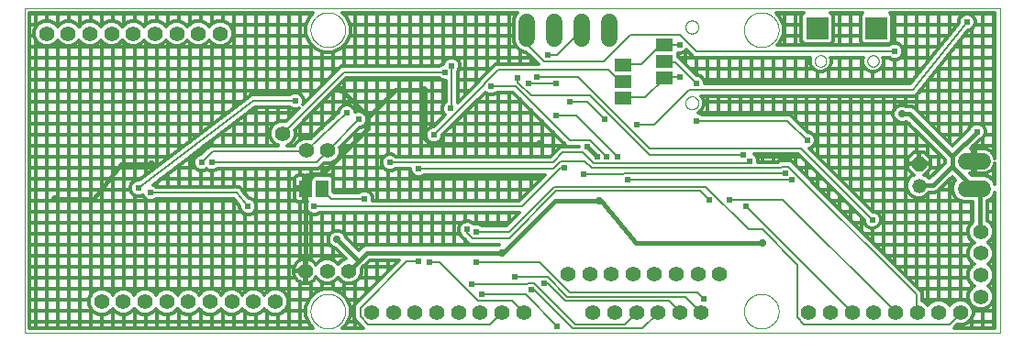
<source format=gbl>
G75*
%MOIN*%
%OFA0B0*%
%FSLAX25Y25*%
%IPPOS*%
%LPD*%
%AMOC8*
5,1,8,0,0,1.08239X$1,22.5*
%
%ADD10C,0.00000*%
%ADD11C,0.05600*%
%ADD12OC8,0.05200*%
%ADD13C,0.05200*%
%ADD14R,0.07874X0.07874*%
%ADD15C,0.06000*%
%ADD16R,0.04600X0.06300*%
%ADD17R,0.06300X0.04600*%
%ADD18C,0.01800*%
%ADD19C,0.02400*%
%ADD20C,0.02800*%
%ADD21C,0.01200*%
%ADD22C,0.00800*%
D10*
X0001600Y0002700D02*
X0001600Y0120810D01*
X0355931Y0120810D01*
X0355931Y0002700D01*
X0001600Y0002700D01*
X0105537Y0010574D02*
X0105539Y0010732D01*
X0105545Y0010890D01*
X0105555Y0011048D01*
X0105569Y0011206D01*
X0105587Y0011363D01*
X0105608Y0011520D01*
X0105634Y0011676D01*
X0105664Y0011832D01*
X0105697Y0011987D01*
X0105735Y0012140D01*
X0105776Y0012293D01*
X0105821Y0012445D01*
X0105870Y0012596D01*
X0105923Y0012745D01*
X0105979Y0012893D01*
X0106039Y0013039D01*
X0106103Y0013184D01*
X0106171Y0013327D01*
X0106242Y0013469D01*
X0106316Y0013609D01*
X0106394Y0013746D01*
X0106476Y0013882D01*
X0106560Y0014016D01*
X0106649Y0014147D01*
X0106740Y0014276D01*
X0106835Y0014403D01*
X0106932Y0014528D01*
X0107033Y0014650D01*
X0107137Y0014769D01*
X0107244Y0014886D01*
X0107354Y0015000D01*
X0107467Y0015111D01*
X0107582Y0015220D01*
X0107700Y0015325D01*
X0107821Y0015427D01*
X0107944Y0015527D01*
X0108070Y0015623D01*
X0108198Y0015716D01*
X0108328Y0015806D01*
X0108461Y0015892D01*
X0108596Y0015976D01*
X0108732Y0016055D01*
X0108871Y0016132D01*
X0109012Y0016204D01*
X0109154Y0016274D01*
X0109298Y0016339D01*
X0109444Y0016401D01*
X0109591Y0016459D01*
X0109740Y0016514D01*
X0109890Y0016565D01*
X0110041Y0016612D01*
X0110193Y0016655D01*
X0110346Y0016694D01*
X0110501Y0016730D01*
X0110656Y0016761D01*
X0110812Y0016789D01*
X0110968Y0016813D01*
X0111125Y0016833D01*
X0111283Y0016849D01*
X0111440Y0016861D01*
X0111599Y0016869D01*
X0111757Y0016873D01*
X0111915Y0016873D01*
X0112073Y0016869D01*
X0112232Y0016861D01*
X0112389Y0016849D01*
X0112547Y0016833D01*
X0112704Y0016813D01*
X0112860Y0016789D01*
X0113016Y0016761D01*
X0113171Y0016730D01*
X0113326Y0016694D01*
X0113479Y0016655D01*
X0113631Y0016612D01*
X0113782Y0016565D01*
X0113932Y0016514D01*
X0114081Y0016459D01*
X0114228Y0016401D01*
X0114374Y0016339D01*
X0114518Y0016274D01*
X0114660Y0016204D01*
X0114801Y0016132D01*
X0114940Y0016055D01*
X0115076Y0015976D01*
X0115211Y0015892D01*
X0115344Y0015806D01*
X0115474Y0015716D01*
X0115602Y0015623D01*
X0115728Y0015527D01*
X0115851Y0015427D01*
X0115972Y0015325D01*
X0116090Y0015220D01*
X0116205Y0015111D01*
X0116318Y0015000D01*
X0116428Y0014886D01*
X0116535Y0014769D01*
X0116639Y0014650D01*
X0116740Y0014528D01*
X0116837Y0014403D01*
X0116932Y0014276D01*
X0117023Y0014147D01*
X0117112Y0014016D01*
X0117196Y0013882D01*
X0117278Y0013746D01*
X0117356Y0013609D01*
X0117430Y0013469D01*
X0117501Y0013327D01*
X0117569Y0013184D01*
X0117633Y0013039D01*
X0117693Y0012893D01*
X0117749Y0012745D01*
X0117802Y0012596D01*
X0117851Y0012445D01*
X0117896Y0012293D01*
X0117937Y0012140D01*
X0117975Y0011987D01*
X0118008Y0011832D01*
X0118038Y0011676D01*
X0118064Y0011520D01*
X0118085Y0011363D01*
X0118103Y0011206D01*
X0118117Y0011048D01*
X0118127Y0010890D01*
X0118133Y0010732D01*
X0118135Y0010574D01*
X0118133Y0010416D01*
X0118127Y0010258D01*
X0118117Y0010100D01*
X0118103Y0009942D01*
X0118085Y0009785D01*
X0118064Y0009628D01*
X0118038Y0009472D01*
X0118008Y0009316D01*
X0117975Y0009161D01*
X0117937Y0009008D01*
X0117896Y0008855D01*
X0117851Y0008703D01*
X0117802Y0008552D01*
X0117749Y0008403D01*
X0117693Y0008255D01*
X0117633Y0008109D01*
X0117569Y0007964D01*
X0117501Y0007821D01*
X0117430Y0007679D01*
X0117356Y0007539D01*
X0117278Y0007402D01*
X0117196Y0007266D01*
X0117112Y0007132D01*
X0117023Y0007001D01*
X0116932Y0006872D01*
X0116837Y0006745D01*
X0116740Y0006620D01*
X0116639Y0006498D01*
X0116535Y0006379D01*
X0116428Y0006262D01*
X0116318Y0006148D01*
X0116205Y0006037D01*
X0116090Y0005928D01*
X0115972Y0005823D01*
X0115851Y0005721D01*
X0115728Y0005621D01*
X0115602Y0005525D01*
X0115474Y0005432D01*
X0115344Y0005342D01*
X0115211Y0005256D01*
X0115076Y0005172D01*
X0114940Y0005093D01*
X0114801Y0005016D01*
X0114660Y0004944D01*
X0114518Y0004874D01*
X0114374Y0004809D01*
X0114228Y0004747D01*
X0114081Y0004689D01*
X0113932Y0004634D01*
X0113782Y0004583D01*
X0113631Y0004536D01*
X0113479Y0004493D01*
X0113326Y0004454D01*
X0113171Y0004418D01*
X0113016Y0004387D01*
X0112860Y0004359D01*
X0112704Y0004335D01*
X0112547Y0004315D01*
X0112389Y0004299D01*
X0112232Y0004287D01*
X0112073Y0004279D01*
X0111915Y0004275D01*
X0111757Y0004275D01*
X0111599Y0004279D01*
X0111440Y0004287D01*
X0111283Y0004299D01*
X0111125Y0004315D01*
X0110968Y0004335D01*
X0110812Y0004359D01*
X0110656Y0004387D01*
X0110501Y0004418D01*
X0110346Y0004454D01*
X0110193Y0004493D01*
X0110041Y0004536D01*
X0109890Y0004583D01*
X0109740Y0004634D01*
X0109591Y0004689D01*
X0109444Y0004747D01*
X0109298Y0004809D01*
X0109154Y0004874D01*
X0109012Y0004944D01*
X0108871Y0005016D01*
X0108732Y0005093D01*
X0108596Y0005172D01*
X0108461Y0005256D01*
X0108328Y0005342D01*
X0108198Y0005432D01*
X0108070Y0005525D01*
X0107944Y0005621D01*
X0107821Y0005721D01*
X0107700Y0005823D01*
X0107582Y0005928D01*
X0107467Y0006037D01*
X0107354Y0006148D01*
X0107244Y0006262D01*
X0107137Y0006379D01*
X0107033Y0006498D01*
X0106932Y0006620D01*
X0106835Y0006745D01*
X0106740Y0006872D01*
X0106649Y0007001D01*
X0106560Y0007132D01*
X0106476Y0007266D01*
X0106394Y0007402D01*
X0106316Y0007539D01*
X0106242Y0007679D01*
X0106171Y0007821D01*
X0106103Y0007964D01*
X0106039Y0008109D01*
X0105979Y0008255D01*
X0105923Y0008403D01*
X0105870Y0008552D01*
X0105821Y0008703D01*
X0105776Y0008855D01*
X0105735Y0009008D01*
X0105697Y0009161D01*
X0105664Y0009316D01*
X0105634Y0009472D01*
X0105608Y0009628D01*
X0105587Y0009785D01*
X0105569Y0009942D01*
X0105555Y0010100D01*
X0105545Y0010258D01*
X0105539Y0010416D01*
X0105537Y0010574D01*
X0263018Y0010574D02*
X0263020Y0010732D01*
X0263026Y0010890D01*
X0263036Y0011048D01*
X0263050Y0011206D01*
X0263068Y0011363D01*
X0263089Y0011520D01*
X0263115Y0011676D01*
X0263145Y0011832D01*
X0263178Y0011987D01*
X0263216Y0012140D01*
X0263257Y0012293D01*
X0263302Y0012445D01*
X0263351Y0012596D01*
X0263404Y0012745D01*
X0263460Y0012893D01*
X0263520Y0013039D01*
X0263584Y0013184D01*
X0263652Y0013327D01*
X0263723Y0013469D01*
X0263797Y0013609D01*
X0263875Y0013746D01*
X0263957Y0013882D01*
X0264041Y0014016D01*
X0264130Y0014147D01*
X0264221Y0014276D01*
X0264316Y0014403D01*
X0264413Y0014528D01*
X0264514Y0014650D01*
X0264618Y0014769D01*
X0264725Y0014886D01*
X0264835Y0015000D01*
X0264948Y0015111D01*
X0265063Y0015220D01*
X0265181Y0015325D01*
X0265302Y0015427D01*
X0265425Y0015527D01*
X0265551Y0015623D01*
X0265679Y0015716D01*
X0265809Y0015806D01*
X0265942Y0015892D01*
X0266077Y0015976D01*
X0266213Y0016055D01*
X0266352Y0016132D01*
X0266493Y0016204D01*
X0266635Y0016274D01*
X0266779Y0016339D01*
X0266925Y0016401D01*
X0267072Y0016459D01*
X0267221Y0016514D01*
X0267371Y0016565D01*
X0267522Y0016612D01*
X0267674Y0016655D01*
X0267827Y0016694D01*
X0267982Y0016730D01*
X0268137Y0016761D01*
X0268293Y0016789D01*
X0268449Y0016813D01*
X0268606Y0016833D01*
X0268764Y0016849D01*
X0268921Y0016861D01*
X0269080Y0016869D01*
X0269238Y0016873D01*
X0269396Y0016873D01*
X0269554Y0016869D01*
X0269713Y0016861D01*
X0269870Y0016849D01*
X0270028Y0016833D01*
X0270185Y0016813D01*
X0270341Y0016789D01*
X0270497Y0016761D01*
X0270652Y0016730D01*
X0270807Y0016694D01*
X0270960Y0016655D01*
X0271112Y0016612D01*
X0271263Y0016565D01*
X0271413Y0016514D01*
X0271562Y0016459D01*
X0271709Y0016401D01*
X0271855Y0016339D01*
X0271999Y0016274D01*
X0272141Y0016204D01*
X0272282Y0016132D01*
X0272421Y0016055D01*
X0272557Y0015976D01*
X0272692Y0015892D01*
X0272825Y0015806D01*
X0272955Y0015716D01*
X0273083Y0015623D01*
X0273209Y0015527D01*
X0273332Y0015427D01*
X0273453Y0015325D01*
X0273571Y0015220D01*
X0273686Y0015111D01*
X0273799Y0015000D01*
X0273909Y0014886D01*
X0274016Y0014769D01*
X0274120Y0014650D01*
X0274221Y0014528D01*
X0274318Y0014403D01*
X0274413Y0014276D01*
X0274504Y0014147D01*
X0274593Y0014016D01*
X0274677Y0013882D01*
X0274759Y0013746D01*
X0274837Y0013609D01*
X0274911Y0013469D01*
X0274982Y0013327D01*
X0275050Y0013184D01*
X0275114Y0013039D01*
X0275174Y0012893D01*
X0275230Y0012745D01*
X0275283Y0012596D01*
X0275332Y0012445D01*
X0275377Y0012293D01*
X0275418Y0012140D01*
X0275456Y0011987D01*
X0275489Y0011832D01*
X0275519Y0011676D01*
X0275545Y0011520D01*
X0275566Y0011363D01*
X0275584Y0011206D01*
X0275598Y0011048D01*
X0275608Y0010890D01*
X0275614Y0010732D01*
X0275616Y0010574D01*
X0275614Y0010416D01*
X0275608Y0010258D01*
X0275598Y0010100D01*
X0275584Y0009942D01*
X0275566Y0009785D01*
X0275545Y0009628D01*
X0275519Y0009472D01*
X0275489Y0009316D01*
X0275456Y0009161D01*
X0275418Y0009008D01*
X0275377Y0008855D01*
X0275332Y0008703D01*
X0275283Y0008552D01*
X0275230Y0008403D01*
X0275174Y0008255D01*
X0275114Y0008109D01*
X0275050Y0007964D01*
X0274982Y0007821D01*
X0274911Y0007679D01*
X0274837Y0007539D01*
X0274759Y0007402D01*
X0274677Y0007266D01*
X0274593Y0007132D01*
X0274504Y0007001D01*
X0274413Y0006872D01*
X0274318Y0006745D01*
X0274221Y0006620D01*
X0274120Y0006498D01*
X0274016Y0006379D01*
X0273909Y0006262D01*
X0273799Y0006148D01*
X0273686Y0006037D01*
X0273571Y0005928D01*
X0273453Y0005823D01*
X0273332Y0005721D01*
X0273209Y0005621D01*
X0273083Y0005525D01*
X0272955Y0005432D01*
X0272825Y0005342D01*
X0272692Y0005256D01*
X0272557Y0005172D01*
X0272421Y0005093D01*
X0272282Y0005016D01*
X0272141Y0004944D01*
X0271999Y0004874D01*
X0271855Y0004809D01*
X0271709Y0004747D01*
X0271562Y0004689D01*
X0271413Y0004634D01*
X0271263Y0004583D01*
X0271112Y0004536D01*
X0270960Y0004493D01*
X0270807Y0004454D01*
X0270652Y0004418D01*
X0270497Y0004387D01*
X0270341Y0004359D01*
X0270185Y0004335D01*
X0270028Y0004315D01*
X0269870Y0004299D01*
X0269713Y0004287D01*
X0269554Y0004279D01*
X0269396Y0004275D01*
X0269238Y0004275D01*
X0269080Y0004279D01*
X0268921Y0004287D01*
X0268764Y0004299D01*
X0268606Y0004315D01*
X0268449Y0004335D01*
X0268293Y0004359D01*
X0268137Y0004387D01*
X0267982Y0004418D01*
X0267827Y0004454D01*
X0267674Y0004493D01*
X0267522Y0004536D01*
X0267371Y0004583D01*
X0267221Y0004634D01*
X0267072Y0004689D01*
X0266925Y0004747D01*
X0266779Y0004809D01*
X0266635Y0004874D01*
X0266493Y0004944D01*
X0266352Y0005016D01*
X0266213Y0005093D01*
X0266077Y0005172D01*
X0265942Y0005256D01*
X0265809Y0005342D01*
X0265679Y0005432D01*
X0265551Y0005525D01*
X0265425Y0005621D01*
X0265302Y0005721D01*
X0265181Y0005823D01*
X0265063Y0005928D01*
X0264948Y0006037D01*
X0264835Y0006148D01*
X0264725Y0006262D01*
X0264618Y0006379D01*
X0264514Y0006498D01*
X0264413Y0006620D01*
X0264316Y0006745D01*
X0264221Y0006872D01*
X0264130Y0007001D01*
X0264041Y0007132D01*
X0263957Y0007266D01*
X0263875Y0007402D01*
X0263797Y0007539D01*
X0263723Y0007679D01*
X0263652Y0007821D01*
X0263584Y0007964D01*
X0263520Y0008109D01*
X0263460Y0008255D01*
X0263404Y0008403D01*
X0263351Y0008552D01*
X0263302Y0008703D01*
X0263257Y0008855D01*
X0263216Y0009008D01*
X0263178Y0009161D01*
X0263145Y0009316D01*
X0263115Y0009472D01*
X0263089Y0009628D01*
X0263068Y0009785D01*
X0263050Y0009942D01*
X0263036Y0010100D01*
X0263026Y0010258D01*
X0263020Y0010416D01*
X0263018Y0010574D01*
X0241738Y0086342D02*
X0241740Y0086439D01*
X0241746Y0086536D01*
X0241756Y0086632D01*
X0241770Y0086728D01*
X0241788Y0086824D01*
X0241809Y0086918D01*
X0241835Y0087012D01*
X0241864Y0087104D01*
X0241898Y0087195D01*
X0241934Y0087285D01*
X0241975Y0087373D01*
X0242019Y0087459D01*
X0242067Y0087544D01*
X0242118Y0087626D01*
X0242172Y0087707D01*
X0242230Y0087785D01*
X0242291Y0087860D01*
X0242354Y0087933D01*
X0242421Y0088004D01*
X0242491Y0088071D01*
X0242563Y0088136D01*
X0242638Y0088197D01*
X0242716Y0088256D01*
X0242795Y0088311D01*
X0242877Y0088363D01*
X0242961Y0088411D01*
X0243047Y0088456D01*
X0243135Y0088498D01*
X0243224Y0088536D01*
X0243315Y0088570D01*
X0243407Y0088600D01*
X0243500Y0088627D01*
X0243595Y0088649D01*
X0243690Y0088668D01*
X0243786Y0088683D01*
X0243882Y0088694D01*
X0243979Y0088701D01*
X0244076Y0088704D01*
X0244173Y0088703D01*
X0244270Y0088698D01*
X0244366Y0088689D01*
X0244462Y0088676D01*
X0244558Y0088659D01*
X0244653Y0088638D01*
X0244746Y0088614D01*
X0244839Y0088585D01*
X0244931Y0088553D01*
X0245021Y0088517D01*
X0245109Y0088478D01*
X0245196Y0088434D01*
X0245281Y0088388D01*
X0245364Y0088337D01*
X0245445Y0088284D01*
X0245523Y0088227D01*
X0245600Y0088167D01*
X0245673Y0088104D01*
X0245744Y0088038D01*
X0245812Y0087969D01*
X0245878Y0087897D01*
X0245940Y0087823D01*
X0245999Y0087746D01*
X0246055Y0087667D01*
X0246108Y0087585D01*
X0246158Y0087502D01*
X0246203Y0087416D01*
X0246246Y0087329D01*
X0246285Y0087240D01*
X0246320Y0087150D01*
X0246351Y0087058D01*
X0246378Y0086965D01*
X0246402Y0086871D01*
X0246422Y0086776D01*
X0246438Y0086680D01*
X0246450Y0086584D01*
X0246458Y0086487D01*
X0246462Y0086390D01*
X0246462Y0086294D01*
X0246458Y0086197D01*
X0246450Y0086100D01*
X0246438Y0086004D01*
X0246422Y0085908D01*
X0246402Y0085813D01*
X0246378Y0085719D01*
X0246351Y0085626D01*
X0246320Y0085534D01*
X0246285Y0085444D01*
X0246246Y0085355D01*
X0246203Y0085268D01*
X0246158Y0085182D01*
X0246108Y0085099D01*
X0246055Y0085017D01*
X0245999Y0084938D01*
X0245940Y0084861D01*
X0245878Y0084787D01*
X0245812Y0084715D01*
X0245744Y0084646D01*
X0245673Y0084580D01*
X0245600Y0084517D01*
X0245523Y0084457D01*
X0245445Y0084400D01*
X0245364Y0084347D01*
X0245281Y0084296D01*
X0245196Y0084250D01*
X0245109Y0084206D01*
X0245021Y0084167D01*
X0244931Y0084131D01*
X0244839Y0084099D01*
X0244746Y0084070D01*
X0244653Y0084046D01*
X0244558Y0084025D01*
X0244462Y0084008D01*
X0244366Y0083995D01*
X0244270Y0083986D01*
X0244173Y0083981D01*
X0244076Y0083980D01*
X0243979Y0083983D01*
X0243882Y0083990D01*
X0243786Y0084001D01*
X0243690Y0084016D01*
X0243595Y0084035D01*
X0243500Y0084057D01*
X0243407Y0084084D01*
X0243315Y0084114D01*
X0243224Y0084148D01*
X0243135Y0084186D01*
X0243047Y0084228D01*
X0242961Y0084273D01*
X0242877Y0084321D01*
X0242795Y0084373D01*
X0242716Y0084428D01*
X0242638Y0084487D01*
X0242563Y0084548D01*
X0242491Y0084613D01*
X0242421Y0084680D01*
X0242354Y0084751D01*
X0242291Y0084824D01*
X0242230Y0084899D01*
X0242172Y0084977D01*
X0242118Y0085058D01*
X0242067Y0085140D01*
X0242019Y0085225D01*
X0241975Y0085311D01*
X0241934Y0085399D01*
X0241898Y0085489D01*
X0241864Y0085580D01*
X0241835Y0085672D01*
X0241809Y0085766D01*
X0241788Y0085860D01*
X0241770Y0085956D01*
X0241756Y0086052D01*
X0241746Y0086148D01*
X0241740Y0086245D01*
X0241738Y0086342D01*
X0288736Y0101578D02*
X0288738Y0101669D01*
X0288744Y0101759D01*
X0288754Y0101850D01*
X0288768Y0101939D01*
X0288786Y0102028D01*
X0288807Y0102117D01*
X0288833Y0102204D01*
X0288862Y0102290D01*
X0288896Y0102374D01*
X0288932Y0102457D01*
X0288973Y0102539D01*
X0289017Y0102618D01*
X0289064Y0102696D01*
X0289115Y0102771D01*
X0289169Y0102844D01*
X0289226Y0102914D01*
X0289286Y0102982D01*
X0289349Y0103048D01*
X0289415Y0103110D01*
X0289484Y0103169D01*
X0289555Y0103226D01*
X0289629Y0103279D01*
X0289705Y0103329D01*
X0289783Y0103376D01*
X0289863Y0103419D01*
X0289944Y0103458D01*
X0290028Y0103494D01*
X0290113Y0103526D01*
X0290199Y0103555D01*
X0290286Y0103579D01*
X0290375Y0103600D01*
X0290464Y0103617D01*
X0290554Y0103630D01*
X0290644Y0103639D01*
X0290735Y0103644D01*
X0290826Y0103645D01*
X0290916Y0103642D01*
X0291007Y0103635D01*
X0291097Y0103624D01*
X0291187Y0103609D01*
X0291276Y0103590D01*
X0291364Y0103568D01*
X0291450Y0103541D01*
X0291536Y0103511D01*
X0291620Y0103477D01*
X0291703Y0103439D01*
X0291784Y0103398D01*
X0291863Y0103353D01*
X0291940Y0103304D01*
X0292014Y0103253D01*
X0292087Y0103198D01*
X0292157Y0103140D01*
X0292224Y0103079D01*
X0292288Y0103015D01*
X0292350Y0102949D01*
X0292409Y0102879D01*
X0292464Y0102808D01*
X0292517Y0102733D01*
X0292566Y0102657D01*
X0292612Y0102579D01*
X0292654Y0102498D01*
X0292693Y0102416D01*
X0292728Y0102332D01*
X0292759Y0102247D01*
X0292786Y0102160D01*
X0292810Y0102073D01*
X0292830Y0101984D01*
X0292846Y0101895D01*
X0292858Y0101805D01*
X0292866Y0101714D01*
X0292870Y0101623D01*
X0292870Y0101533D01*
X0292866Y0101442D01*
X0292858Y0101351D01*
X0292846Y0101261D01*
X0292830Y0101172D01*
X0292810Y0101083D01*
X0292786Y0100996D01*
X0292759Y0100909D01*
X0292728Y0100824D01*
X0292693Y0100740D01*
X0292654Y0100658D01*
X0292612Y0100577D01*
X0292566Y0100499D01*
X0292517Y0100423D01*
X0292464Y0100348D01*
X0292409Y0100277D01*
X0292350Y0100207D01*
X0292288Y0100141D01*
X0292224Y0100077D01*
X0292157Y0100016D01*
X0292087Y0099958D01*
X0292014Y0099903D01*
X0291940Y0099852D01*
X0291863Y0099803D01*
X0291784Y0099758D01*
X0291703Y0099717D01*
X0291620Y0099679D01*
X0291536Y0099645D01*
X0291450Y0099615D01*
X0291364Y0099588D01*
X0291276Y0099566D01*
X0291187Y0099547D01*
X0291097Y0099532D01*
X0291007Y0099521D01*
X0290916Y0099514D01*
X0290826Y0099511D01*
X0290735Y0099512D01*
X0290644Y0099517D01*
X0290554Y0099526D01*
X0290464Y0099539D01*
X0290375Y0099556D01*
X0290286Y0099577D01*
X0290199Y0099601D01*
X0290113Y0099630D01*
X0290028Y0099662D01*
X0289944Y0099698D01*
X0289863Y0099737D01*
X0289783Y0099780D01*
X0289705Y0099827D01*
X0289629Y0099877D01*
X0289555Y0099930D01*
X0289484Y0099987D01*
X0289415Y0100046D01*
X0289349Y0100108D01*
X0289286Y0100174D01*
X0289226Y0100242D01*
X0289169Y0100312D01*
X0289115Y0100385D01*
X0289064Y0100460D01*
X0289017Y0100538D01*
X0288973Y0100617D01*
X0288932Y0100699D01*
X0288896Y0100782D01*
X0288862Y0100866D01*
X0288833Y0100952D01*
X0288807Y0101039D01*
X0288786Y0101128D01*
X0288768Y0101217D01*
X0288754Y0101306D01*
X0288744Y0101397D01*
X0288738Y0101487D01*
X0288736Y0101578D01*
X0307830Y0101578D02*
X0307832Y0101669D01*
X0307838Y0101759D01*
X0307848Y0101850D01*
X0307862Y0101939D01*
X0307880Y0102028D01*
X0307901Y0102117D01*
X0307927Y0102204D01*
X0307956Y0102290D01*
X0307990Y0102374D01*
X0308026Y0102457D01*
X0308067Y0102539D01*
X0308111Y0102618D01*
X0308158Y0102696D01*
X0308209Y0102771D01*
X0308263Y0102844D01*
X0308320Y0102914D01*
X0308380Y0102982D01*
X0308443Y0103048D01*
X0308509Y0103110D01*
X0308578Y0103169D01*
X0308649Y0103226D01*
X0308723Y0103279D01*
X0308799Y0103329D01*
X0308877Y0103376D01*
X0308957Y0103419D01*
X0309038Y0103458D01*
X0309122Y0103494D01*
X0309207Y0103526D01*
X0309293Y0103555D01*
X0309380Y0103579D01*
X0309469Y0103600D01*
X0309558Y0103617D01*
X0309648Y0103630D01*
X0309738Y0103639D01*
X0309829Y0103644D01*
X0309920Y0103645D01*
X0310010Y0103642D01*
X0310101Y0103635D01*
X0310191Y0103624D01*
X0310281Y0103609D01*
X0310370Y0103590D01*
X0310458Y0103568D01*
X0310544Y0103541D01*
X0310630Y0103511D01*
X0310714Y0103477D01*
X0310797Y0103439D01*
X0310878Y0103398D01*
X0310957Y0103353D01*
X0311034Y0103304D01*
X0311108Y0103253D01*
X0311181Y0103198D01*
X0311251Y0103140D01*
X0311318Y0103079D01*
X0311382Y0103015D01*
X0311444Y0102949D01*
X0311503Y0102879D01*
X0311558Y0102808D01*
X0311611Y0102733D01*
X0311660Y0102657D01*
X0311706Y0102579D01*
X0311748Y0102498D01*
X0311787Y0102416D01*
X0311822Y0102332D01*
X0311853Y0102247D01*
X0311880Y0102160D01*
X0311904Y0102073D01*
X0311924Y0101984D01*
X0311940Y0101895D01*
X0311952Y0101805D01*
X0311960Y0101714D01*
X0311964Y0101623D01*
X0311964Y0101533D01*
X0311960Y0101442D01*
X0311952Y0101351D01*
X0311940Y0101261D01*
X0311924Y0101172D01*
X0311904Y0101083D01*
X0311880Y0100996D01*
X0311853Y0100909D01*
X0311822Y0100824D01*
X0311787Y0100740D01*
X0311748Y0100658D01*
X0311706Y0100577D01*
X0311660Y0100499D01*
X0311611Y0100423D01*
X0311558Y0100348D01*
X0311503Y0100277D01*
X0311444Y0100207D01*
X0311382Y0100141D01*
X0311318Y0100077D01*
X0311251Y0100016D01*
X0311181Y0099958D01*
X0311108Y0099903D01*
X0311034Y0099852D01*
X0310957Y0099803D01*
X0310878Y0099758D01*
X0310797Y0099717D01*
X0310714Y0099679D01*
X0310630Y0099645D01*
X0310544Y0099615D01*
X0310458Y0099588D01*
X0310370Y0099566D01*
X0310281Y0099547D01*
X0310191Y0099532D01*
X0310101Y0099521D01*
X0310010Y0099514D01*
X0309920Y0099511D01*
X0309829Y0099512D01*
X0309738Y0099517D01*
X0309648Y0099526D01*
X0309558Y0099539D01*
X0309469Y0099556D01*
X0309380Y0099577D01*
X0309293Y0099601D01*
X0309207Y0099630D01*
X0309122Y0099662D01*
X0309038Y0099698D01*
X0308957Y0099737D01*
X0308877Y0099780D01*
X0308799Y0099827D01*
X0308723Y0099877D01*
X0308649Y0099930D01*
X0308578Y0099987D01*
X0308509Y0100046D01*
X0308443Y0100108D01*
X0308380Y0100174D01*
X0308320Y0100242D01*
X0308263Y0100312D01*
X0308209Y0100385D01*
X0308158Y0100460D01*
X0308111Y0100538D01*
X0308067Y0100617D01*
X0308026Y0100699D01*
X0307990Y0100782D01*
X0307956Y0100866D01*
X0307927Y0100952D01*
X0307901Y0101039D01*
X0307880Y0101128D01*
X0307862Y0101217D01*
X0307848Y0101306D01*
X0307838Y0101397D01*
X0307832Y0101487D01*
X0307830Y0101578D01*
X0263018Y0112936D02*
X0263020Y0113094D01*
X0263026Y0113252D01*
X0263036Y0113410D01*
X0263050Y0113568D01*
X0263068Y0113725D01*
X0263089Y0113882D01*
X0263115Y0114038D01*
X0263145Y0114194D01*
X0263178Y0114349D01*
X0263216Y0114502D01*
X0263257Y0114655D01*
X0263302Y0114807D01*
X0263351Y0114958D01*
X0263404Y0115107D01*
X0263460Y0115255D01*
X0263520Y0115401D01*
X0263584Y0115546D01*
X0263652Y0115689D01*
X0263723Y0115831D01*
X0263797Y0115971D01*
X0263875Y0116108D01*
X0263957Y0116244D01*
X0264041Y0116378D01*
X0264130Y0116509D01*
X0264221Y0116638D01*
X0264316Y0116765D01*
X0264413Y0116890D01*
X0264514Y0117012D01*
X0264618Y0117131D01*
X0264725Y0117248D01*
X0264835Y0117362D01*
X0264948Y0117473D01*
X0265063Y0117582D01*
X0265181Y0117687D01*
X0265302Y0117789D01*
X0265425Y0117889D01*
X0265551Y0117985D01*
X0265679Y0118078D01*
X0265809Y0118168D01*
X0265942Y0118254D01*
X0266077Y0118338D01*
X0266213Y0118417D01*
X0266352Y0118494D01*
X0266493Y0118566D01*
X0266635Y0118636D01*
X0266779Y0118701D01*
X0266925Y0118763D01*
X0267072Y0118821D01*
X0267221Y0118876D01*
X0267371Y0118927D01*
X0267522Y0118974D01*
X0267674Y0119017D01*
X0267827Y0119056D01*
X0267982Y0119092D01*
X0268137Y0119123D01*
X0268293Y0119151D01*
X0268449Y0119175D01*
X0268606Y0119195D01*
X0268764Y0119211D01*
X0268921Y0119223D01*
X0269080Y0119231D01*
X0269238Y0119235D01*
X0269396Y0119235D01*
X0269554Y0119231D01*
X0269713Y0119223D01*
X0269870Y0119211D01*
X0270028Y0119195D01*
X0270185Y0119175D01*
X0270341Y0119151D01*
X0270497Y0119123D01*
X0270652Y0119092D01*
X0270807Y0119056D01*
X0270960Y0119017D01*
X0271112Y0118974D01*
X0271263Y0118927D01*
X0271413Y0118876D01*
X0271562Y0118821D01*
X0271709Y0118763D01*
X0271855Y0118701D01*
X0271999Y0118636D01*
X0272141Y0118566D01*
X0272282Y0118494D01*
X0272421Y0118417D01*
X0272557Y0118338D01*
X0272692Y0118254D01*
X0272825Y0118168D01*
X0272955Y0118078D01*
X0273083Y0117985D01*
X0273209Y0117889D01*
X0273332Y0117789D01*
X0273453Y0117687D01*
X0273571Y0117582D01*
X0273686Y0117473D01*
X0273799Y0117362D01*
X0273909Y0117248D01*
X0274016Y0117131D01*
X0274120Y0117012D01*
X0274221Y0116890D01*
X0274318Y0116765D01*
X0274413Y0116638D01*
X0274504Y0116509D01*
X0274593Y0116378D01*
X0274677Y0116244D01*
X0274759Y0116108D01*
X0274837Y0115971D01*
X0274911Y0115831D01*
X0274982Y0115689D01*
X0275050Y0115546D01*
X0275114Y0115401D01*
X0275174Y0115255D01*
X0275230Y0115107D01*
X0275283Y0114958D01*
X0275332Y0114807D01*
X0275377Y0114655D01*
X0275418Y0114502D01*
X0275456Y0114349D01*
X0275489Y0114194D01*
X0275519Y0114038D01*
X0275545Y0113882D01*
X0275566Y0113725D01*
X0275584Y0113568D01*
X0275598Y0113410D01*
X0275608Y0113252D01*
X0275614Y0113094D01*
X0275616Y0112936D01*
X0275614Y0112778D01*
X0275608Y0112620D01*
X0275598Y0112462D01*
X0275584Y0112304D01*
X0275566Y0112147D01*
X0275545Y0111990D01*
X0275519Y0111834D01*
X0275489Y0111678D01*
X0275456Y0111523D01*
X0275418Y0111370D01*
X0275377Y0111217D01*
X0275332Y0111065D01*
X0275283Y0110914D01*
X0275230Y0110765D01*
X0275174Y0110617D01*
X0275114Y0110471D01*
X0275050Y0110326D01*
X0274982Y0110183D01*
X0274911Y0110041D01*
X0274837Y0109901D01*
X0274759Y0109764D01*
X0274677Y0109628D01*
X0274593Y0109494D01*
X0274504Y0109363D01*
X0274413Y0109234D01*
X0274318Y0109107D01*
X0274221Y0108982D01*
X0274120Y0108860D01*
X0274016Y0108741D01*
X0273909Y0108624D01*
X0273799Y0108510D01*
X0273686Y0108399D01*
X0273571Y0108290D01*
X0273453Y0108185D01*
X0273332Y0108083D01*
X0273209Y0107983D01*
X0273083Y0107887D01*
X0272955Y0107794D01*
X0272825Y0107704D01*
X0272692Y0107618D01*
X0272557Y0107534D01*
X0272421Y0107455D01*
X0272282Y0107378D01*
X0272141Y0107306D01*
X0271999Y0107236D01*
X0271855Y0107171D01*
X0271709Y0107109D01*
X0271562Y0107051D01*
X0271413Y0106996D01*
X0271263Y0106945D01*
X0271112Y0106898D01*
X0270960Y0106855D01*
X0270807Y0106816D01*
X0270652Y0106780D01*
X0270497Y0106749D01*
X0270341Y0106721D01*
X0270185Y0106697D01*
X0270028Y0106677D01*
X0269870Y0106661D01*
X0269713Y0106649D01*
X0269554Y0106641D01*
X0269396Y0106637D01*
X0269238Y0106637D01*
X0269080Y0106641D01*
X0268921Y0106649D01*
X0268764Y0106661D01*
X0268606Y0106677D01*
X0268449Y0106697D01*
X0268293Y0106721D01*
X0268137Y0106749D01*
X0267982Y0106780D01*
X0267827Y0106816D01*
X0267674Y0106855D01*
X0267522Y0106898D01*
X0267371Y0106945D01*
X0267221Y0106996D01*
X0267072Y0107051D01*
X0266925Y0107109D01*
X0266779Y0107171D01*
X0266635Y0107236D01*
X0266493Y0107306D01*
X0266352Y0107378D01*
X0266213Y0107455D01*
X0266077Y0107534D01*
X0265942Y0107618D01*
X0265809Y0107704D01*
X0265679Y0107794D01*
X0265551Y0107887D01*
X0265425Y0107983D01*
X0265302Y0108083D01*
X0265181Y0108185D01*
X0265063Y0108290D01*
X0264948Y0108399D01*
X0264835Y0108510D01*
X0264725Y0108624D01*
X0264618Y0108741D01*
X0264514Y0108860D01*
X0264413Y0108982D01*
X0264316Y0109107D01*
X0264221Y0109234D01*
X0264130Y0109363D01*
X0264041Y0109494D01*
X0263957Y0109628D01*
X0263875Y0109764D01*
X0263797Y0109901D01*
X0263723Y0110041D01*
X0263652Y0110183D01*
X0263584Y0110326D01*
X0263520Y0110471D01*
X0263460Y0110617D01*
X0263404Y0110765D01*
X0263351Y0110914D01*
X0263302Y0111065D01*
X0263257Y0111217D01*
X0263216Y0111370D01*
X0263178Y0111523D01*
X0263145Y0111678D01*
X0263115Y0111834D01*
X0263089Y0111990D01*
X0263068Y0112147D01*
X0263050Y0112304D01*
X0263036Y0112462D01*
X0263026Y0112620D01*
X0263020Y0112778D01*
X0263018Y0112936D01*
X0241738Y0113901D02*
X0241740Y0113998D01*
X0241746Y0114095D01*
X0241756Y0114191D01*
X0241770Y0114287D01*
X0241788Y0114383D01*
X0241809Y0114477D01*
X0241835Y0114571D01*
X0241864Y0114663D01*
X0241898Y0114754D01*
X0241934Y0114844D01*
X0241975Y0114932D01*
X0242019Y0115018D01*
X0242067Y0115103D01*
X0242118Y0115185D01*
X0242172Y0115266D01*
X0242230Y0115344D01*
X0242291Y0115419D01*
X0242354Y0115492D01*
X0242421Y0115563D01*
X0242491Y0115630D01*
X0242563Y0115695D01*
X0242638Y0115756D01*
X0242716Y0115815D01*
X0242795Y0115870D01*
X0242877Y0115922D01*
X0242961Y0115970D01*
X0243047Y0116015D01*
X0243135Y0116057D01*
X0243224Y0116095D01*
X0243315Y0116129D01*
X0243407Y0116159D01*
X0243500Y0116186D01*
X0243595Y0116208D01*
X0243690Y0116227D01*
X0243786Y0116242D01*
X0243882Y0116253D01*
X0243979Y0116260D01*
X0244076Y0116263D01*
X0244173Y0116262D01*
X0244270Y0116257D01*
X0244366Y0116248D01*
X0244462Y0116235D01*
X0244558Y0116218D01*
X0244653Y0116197D01*
X0244746Y0116173D01*
X0244839Y0116144D01*
X0244931Y0116112D01*
X0245021Y0116076D01*
X0245109Y0116037D01*
X0245196Y0115993D01*
X0245281Y0115947D01*
X0245364Y0115896D01*
X0245445Y0115843D01*
X0245523Y0115786D01*
X0245600Y0115726D01*
X0245673Y0115663D01*
X0245744Y0115597D01*
X0245812Y0115528D01*
X0245878Y0115456D01*
X0245940Y0115382D01*
X0245999Y0115305D01*
X0246055Y0115226D01*
X0246108Y0115144D01*
X0246158Y0115061D01*
X0246203Y0114975D01*
X0246246Y0114888D01*
X0246285Y0114799D01*
X0246320Y0114709D01*
X0246351Y0114617D01*
X0246378Y0114524D01*
X0246402Y0114430D01*
X0246422Y0114335D01*
X0246438Y0114239D01*
X0246450Y0114143D01*
X0246458Y0114046D01*
X0246462Y0113949D01*
X0246462Y0113853D01*
X0246458Y0113756D01*
X0246450Y0113659D01*
X0246438Y0113563D01*
X0246422Y0113467D01*
X0246402Y0113372D01*
X0246378Y0113278D01*
X0246351Y0113185D01*
X0246320Y0113093D01*
X0246285Y0113003D01*
X0246246Y0112914D01*
X0246203Y0112827D01*
X0246158Y0112741D01*
X0246108Y0112658D01*
X0246055Y0112576D01*
X0245999Y0112497D01*
X0245940Y0112420D01*
X0245878Y0112346D01*
X0245812Y0112274D01*
X0245744Y0112205D01*
X0245673Y0112139D01*
X0245600Y0112076D01*
X0245523Y0112016D01*
X0245445Y0111959D01*
X0245364Y0111906D01*
X0245281Y0111855D01*
X0245196Y0111809D01*
X0245109Y0111765D01*
X0245021Y0111726D01*
X0244931Y0111690D01*
X0244839Y0111658D01*
X0244746Y0111629D01*
X0244653Y0111605D01*
X0244558Y0111584D01*
X0244462Y0111567D01*
X0244366Y0111554D01*
X0244270Y0111545D01*
X0244173Y0111540D01*
X0244076Y0111539D01*
X0243979Y0111542D01*
X0243882Y0111549D01*
X0243786Y0111560D01*
X0243690Y0111575D01*
X0243595Y0111594D01*
X0243500Y0111616D01*
X0243407Y0111643D01*
X0243315Y0111673D01*
X0243224Y0111707D01*
X0243135Y0111745D01*
X0243047Y0111787D01*
X0242961Y0111832D01*
X0242877Y0111880D01*
X0242795Y0111932D01*
X0242716Y0111987D01*
X0242638Y0112046D01*
X0242563Y0112107D01*
X0242491Y0112172D01*
X0242421Y0112239D01*
X0242354Y0112310D01*
X0242291Y0112383D01*
X0242230Y0112458D01*
X0242172Y0112536D01*
X0242118Y0112617D01*
X0242067Y0112699D01*
X0242019Y0112784D01*
X0241975Y0112870D01*
X0241934Y0112958D01*
X0241898Y0113048D01*
X0241864Y0113139D01*
X0241835Y0113231D01*
X0241809Y0113325D01*
X0241788Y0113419D01*
X0241770Y0113515D01*
X0241756Y0113611D01*
X0241746Y0113707D01*
X0241740Y0113804D01*
X0241738Y0113901D01*
X0105537Y0112936D02*
X0105539Y0113094D01*
X0105545Y0113252D01*
X0105555Y0113410D01*
X0105569Y0113568D01*
X0105587Y0113725D01*
X0105608Y0113882D01*
X0105634Y0114038D01*
X0105664Y0114194D01*
X0105697Y0114349D01*
X0105735Y0114502D01*
X0105776Y0114655D01*
X0105821Y0114807D01*
X0105870Y0114958D01*
X0105923Y0115107D01*
X0105979Y0115255D01*
X0106039Y0115401D01*
X0106103Y0115546D01*
X0106171Y0115689D01*
X0106242Y0115831D01*
X0106316Y0115971D01*
X0106394Y0116108D01*
X0106476Y0116244D01*
X0106560Y0116378D01*
X0106649Y0116509D01*
X0106740Y0116638D01*
X0106835Y0116765D01*
X0106932Y0116890D01*
X0107033Y0117012D01*
X0107137Y0117131D01*
X0107244Y0117248D01*
X0107354Y0117362D01*
X0107467Y0117473D01*
X0107582Y0117582D01*
X0107700Y0117687D01*
X0107821Y0117789D01*
X0107944Y0117889D01*
X0108070Y0117985D01*
X0108198Y0118078D01*
X0108328Y0118168D01*
X0108461Y0118254D01*
X0108596Y0118338D01*
X0108732Y0118417D01*
X0108871Y0118494D01*
X0109012Y0118566D01*
X0109154Y0118636D01*
X0109298Y0118701D01*
X0109444Y0118763D01*
X0109591Y0118821D01*
X0109740Y0118876D01*
X0109890Y0118927D01*
X0110041Y0118974D01*
X0110193Y0119017D01*
X0110346Y0119056D01*
X0110501Y0119092D01*
X0110656Y0119123D01*
X0110812Y0119151D01*
X0110968Y0119175D01*
X0111125Y0119195D01*
X0111283Y0119211D01*
X0111440Y0119223D01*
X0111599Y0119231D01*
X0111757Y0119235D01*
X0111915Y0119235D01*
X0112073Y0119231D01*
X0112232Y0119223D01*
X0112389Y0119211D01*
X0112547Y0119195D01*
X0112704Y0119175D01*
X0112860Y0119151D01*
X0113016Y0119123D01*
X0113171Y0119092D01*
X0113326Y0119056D01*
X0113479Y0119017D01*
X0113631Y0118974D01*
X0113782Y0118927D01*
X0113932Y0118876D01*
X0114081Y0118821D01*
X0114228Y0118763D01*
X0114374Y0118701D01*
X0114518Y0118636D01*
X0114660Y0118566D01*
X0114801Y0118494D01*
X0114940Y0118417D01*
X0115076Y0118338D01*
X0115211Y0118254D01*
X0115344Y0118168D01*
X0115474Y0118078D01*
X0115602Y0117985D01*
X0115728Y0117889D01*
X0115851Y0117789D01*
X0115972Y0117687D01*
X0116090Y0117582D01*
X0116205Y0117473D01*
X0116318Y0117362D01*
X0116428Y0117248D01*
X0116535Y0117131D01*
X0116639Y0117012D01*
X0116740Y0116890D01*
X0116837Y0116765D01*
X0116932Y0116638D01*
X0117023Y0116509D01*
X0117112Y0116378D01*
X0117196Y0116244D01*
X0117278Y0116108D01*
X0117356Y0115971D01*
X0117430Y0115831D01*
X0117501Y0115689D01*
X0117569Y0115546D01*
X0117633Y0115401D01*
X0117693Y0115255D01*
X0117749Y0115107D01*
X0117802Y0114958D01*
X0117851Y0114807D01*
X0117896Y0114655D01*
X0117937Y0114502D01*
X0117975Y0114349D01*
X0118008Y0114194D01*
X0118038Y0114038D01*
X0118064Y0113882D01*
X0118085Y0113725D01*
X0118103Y0113568D01*
X0118117Y0113410D01*
X0118127Y0113252D01*
X0118133Y0113094D01*
X0118135Y0112936D01*
X0118133Y0112778D01*
X0118127Y0112620D01*
X0118117Y0112462D01*
X0118103Y0112304D01*
X0118085Y0112147D01*
X0118064Y0111990D01*
X0118038Y0111834D01*
X0118008Y0111678D01*
X0117975Y0111523D01*
X0117937Y0111370D01*
X0117896Y0111217D01*
X0117851Y0111065D01*
X0117802Y0110914D01*
X0117749Y0110765D01*
X0117693Y0110617D01*
X0117633Y0110471D01*
X0117569Y0110326D01*
X0117501Y0110183D01*
X0117430Y0110041D01*
X0117356Y0109901D01*
X0117278Y0109764D01*
X0117196Y0109628D01*
X0117112Y0109494D01*
X0117023Y0109363D01*
X0116932Y0109234D01*
X0116837Y0109107D01*
X0116740Y0108982D01*
X0116639Y0108860D01*
X0116535Y0108741D01*
X0116428Y0108624D01*
X0116318Y0108510D01*
X0116205Y0108399D01*
X0116090Y0108290D01*
X0115972Y0108185D01*
X0115851Y0108083D01*
X0115728Y0107983D01*
X0115602Y0107887D01*
X0115474Y0107794D01*
X0115344Y0107704D01*
X0115211Y0107618D01*
X0115076Y0107534D01*
X0114940Y0107455D01*
X0114801Y0107378D01*
X0114660Y0107306D01*
X0114518Y0107236D01*
X0114374Y0107171D01*
X0114228Y0107109D01*
X0114081Y0107051D01*
X0113932Y0106996D01*
X0113782Y0106945D01*
X0113631Y0106898D01*
X0113479Y0106855D01*
X0113326Y0106816D01*
X0113171Y0106780D01*
X0113016Y0106749D01*
X0112860Y0106721D01*
X0112704Y0106697D01*
X0112547Y0106677D01*
X0112389Y0106661D01*
X0112232Y0106649D01*
X0112073Y0106641D01*
X0111915Y0106637D01*
X0111757Y0106637D01*
X0111599Y0106641D01*
X0111440Y0106649D01*
X0111283Y0106661D01*
X0111125Y0106677D01*
X0110968Y0106697D01*
X0110812Y0106721D01*
X0110656Y0106749D01*
X0110501Y0106780D01*
X0110346Y0106816D01*
X0110193Y0106855D01*
X0110041Y0106898D01*
X0109890Y0106945D01*
X0109740Y0106996D01*
X0109591Y0107051D01*
X0109444Y0107109D01*
X0109298Y0107171D01*
X0109154Y0107236D01*
X0109012Y0107306D01*
X0108871Y0107378D01*
X0108732Y0107455D01*
X0108596Y0107534D01*
X0108461Y0107618D01*
X0108328Y0107704D01*
X0108198Y0107794D01*
X0108070Y0107887D01*
X0107944Y0107983D01*
X0107821Y0108083D01*
X0107700Y0108185D01*
X0107582Y0108290D01*
X0107467Y0108399D01*
X0107354Y0108510D01*
X0107244Y0108624D01*
X0107137Y0108741D01*
X0107033Y0108860D01*
X0106932Y0108982D01*
X0106835Y0109107D01*
X0106740Y0109234D01*
X0106649Y0109363D01*
X0106560Y0109494D01*
X0106476Y0109628D01*
X0106394Y0109764D01*
X0106316Y0109901D01*
X0106242Y0110041D01*
X0106171Y0110183D01*
X0106103Y0110326D01*
X0106039Y0110471D01*
X0105979Y0110617D01*
X0105923Y0110765D01*
X0105870Y0110914D01*
X0105821Y0111065D01*
X0105776Y0111217D01*
X0105735Y0111370D01*
X0105697Y0111523D01*
X0105664Y0111678D01*
X0105634Y0111834D01*
X0105608Y0111990D01*
X0105587Y0112147D01*
X0105569Y0112304D01*
X0105555Y0112462D01*
X0105545Y0112620D01*
X0105539Y0112778D01*
X0105537Y0112936D01*
D11*
X0072673Y0111529D03*
X0064799Y0111529D03*
X0056925Y0111529D03*
X0049051Y0111529D03*
X0041177Y0111529D03*
X0033303Y0111529D03*
X0025429Y0111529D03*
X0017555Y0111529D03*
X0009681Y0111529D03*
X0095350Y0075200D03*
X0103913Y0068950D03*
X0111787Y0068950D03*
X0111600Y0025200D03*
X0103726Y0025200D03*
X0119474Y0025200D03*
X0092673Y0014029D03*
X0084799Y0014029D03*
X0076925Y0014029D03*
X0069051Y0014029D03*
X0061177Y0014029D03*
X0053303Y0014029D03*
X0045429Y0014029D03*
X0037555Y0014029D03*
X0029681Y0014029D03*
X0127791Y0010200D03*
X0135665Y0010200D03*
X0143539Y0010200D03*
X0151413Y0010200D03*
X0159287Y0010200D03*
X0167161Y0010200D03*
X0175035Y0010200D03*
X0182909Y0010200D03*
X0208165Y0010200D03*
X0216039Y0010200D03*
X0223913Y0010200D03*
X0231787Y0010200D03*
X0239661Y0010200D03*
X0247535Y0010200D03*
X0246285Y0023950D03*
X0254159Y0023950D03*
X0238411Y0023950D03*
X0230537Y0023950D03*
X0222663Y0023950D03*
X0214789Y0023950D03*
X0206915Y0023950D03*
X0199041Y0023950D03*
X0286541Y0010200D03*
X0294415Y0010200D03*
X0302289Y0010200D03*
X0310163Y0010200D03*
X0318037Y0010200D03*
X0325911Y0010200D03*
X0333785Y0010200D03*
X0341659Y0010200D03*
X0349100Y0015889D03*
X0349100Y0023763D03*
X0349100Y0031637D03*
X0349100Y0039511D03*
D12*
X0326600Y0064200D03*
D13*
X0326600Y0056200D03*
D14*
X0311078Y0113507D03*
X0289622Y0113507D03*
D15*
X0214100Y0115700D02*
X0214100Y0109700D01*
X0204100Y0109700D02*
X0204100Y0115700D01*
X0194100Y0115700D02*
X0194100Y0109700D01*
X0184100Y0109700D02*
X0184100Y0115700D01*
X0343600Y0065200D02*
X0349600Y0065200D01*
X0349600Y0055200D02*
X0343600Y0055200D01*
D16*
X0109600Y0055200D03*
X0103600Y0055200D03*
D17*
X0219100Y0087950D03*
X0219100Y0093950D03*
X0234100Y0095450D03*
X0219100Y0099950D03*
X0234100Y0101450D03*
X0234100Y0107450D03*
D18*
X0147200Y0090300D02*
X0146800Y0091100D01*
X0136400Y0091100D01*
X0127200Y0081900D01*
X0126400Y0081500D01*
X0126400Y0077100D01*
X0109600Y0060300D01*
X0106800Y0060300D01*
X0104000Y0057500D01*
X0104000Y0055900D01*
X0103600Y0055200D01*
X0103600Y0025500D01*
X0103726Y0025200D01*
X0119474Y0025200D02*
X0119600Y0025500D01*
X0123000Y0028900D01*
X0122400Y0029500D01*
X0115200Y0036700D01*
X0123000Y0028900D02*
X0126000Y0031900D01*
X0175200Y0031900D01*
X0176000Y0032300D01*
X0194350Y0050650D01*
X0210500Y0050650D01*
X0211300Y0050250D01*
X0223650Y0035400D01*
X0269650Y0035400D01*
X0326600Y0056200D02*
X0326800Y0056300D01*
X0331600Y0056300D01*
X0338000Y0062700D01*
X0338800Y0063100D01*
X0346400Y0055500D01*
X0346600Y0055200D01*
X0346800Y0054300D01*
X0348800Y0052300D01*
X0348800Y0039900D01*
X0349100Y0039511D01*
X0338800Y0063100D02*
X0338800Y0067100D01*
X0338000Y0067500D01*
X0323200Y0082300D01*
X0320400Y0082300D01*
X0338800Y0067100D02*
X0347600Y0075900D01*
X0209600Y0066700D02*
X0206000Y0070300D01*
X0188800Y0071500D02*
X0149200Y0071500D01*
X0147200Y0073500D01*
X0147200Y0090300D01*
X0126400Y0081500D02*
X0116800Y0091100D01*
X0047850Y0063950D02*
X0036600Y0063950D01*
X0026600Y0051450D01*
X0012850Y0051450D01*
D19*
X0043000Y0055300D03*
X0047450Y0053650D03*
X0066000Y0064700D03*
X0069600Y0064700D03*
X0082900Y0048700D03*
X0106800Y0048700D03*
X0125200Y0051500D03*
X0144800Y0062300D03*
X0134400Y0064700D03*
X0150400Y0074700D03*
X0123200Y0080300D03*
X0118850Y0082700D03*
X0100000Y0087100D03*
X0154400Y0097500D03*
X0156800Y0099900D03*
X0171200Y0092300D03*
X0180800Y0095500D03*
X0184800Y0093500D03*
X0187600Y0095900D03*
X0194800Y0093500D03*
X0199600Y0086700D03*
X0194800Y0081900D03*
X0212400Y0080300D03*
X0224000Y0078300D03*
X0206000Y0070300D03*
X0209600Y0066700D03*
X0213200Y0066700D03*
X0217200Y0066700D03*
X0204800Y0060300D03*
X0197600Y0062700D03*
X0220800Y0058300D03*
X0250400Y0051100D03*
X0257600Y0051100D03*
X0263600Y0048700D03*
X0280400Y0058300D03*
X0278000Y0060700D03*
X0265200Y0065100D03*
X0262800Y0067500D03*
X0286000Y0072700D03*
X0245600Y0079900D03*
X0245600Y0093500D03*
X0239600Y0095900D03*
X0239600Y0107500D03*
X0191600Y0103900D03*
X0156400Y0084300D03*
X0162400Y0040300D03*
X0165600Y0039500D03*
X0144800Y0028700D03*
X0148800Y0028300D03*
X0165600Y0028300D03*
X0179600Y0023100D03*
X0185600Y0018300D03*
X0190400Y0020700D03*
X0167600Y0016700D03*
X0164000Y0020300D03*
X0195200Y0005100D03*
X0248400Y0015100D03*
X0309600Y0043900D03*
X0347600Y0075900D03*
X0317800Y0105100D03*
X0343950Y0115650D03*
D20*
X0320400Y0082300D03*
X0210500Y0050650D03*
X0175200Y0031900D03*
X0115200Y0036700D03*
X0047850Y0063950D03*
X0012850Y0051450D03*
X0116800Y0091100D03*
X0146800Y0091100D03*
X0188800Y0071500D03*
X0269650Y0035400D03*
D21*
X0297600Y0047811D02*
X0297600Y0052789D01*
X0299689Y0050700D02*
X0294711Y0050700D01*
X0293600Y0051811D02*
X0293600Y0056789D01*
X0295689Y0054700D02*
X0290711Y0054700D01*
X0289600Y0055811D02*
X0289600Y0060789D01*
X0291689Y0058700D02*
X0286711Y0058700D01*
X0285600Y0059811D02*
X0285600Y0064789D01*
X0283689Y0066700D02*
X0267784Y0066700D01*
X0267743Y0066799D02*
X0266899Y0067643D01*
X0266762Y0067700D01*
X0282689Y0067700D01*
X0306600Y0043789D01*
X0306600Y0043303D01*
X0307057Y0042201D01*
X0307901Y0041357D01*
X0309003Y0040900D01*
X0310197Y0040900D01*
X0311299Y0041357D01*
X0312143Y0042201D01*
X0312600Y0043303D01*
X0312600Y0044497D01*
X0312143Y0045599D01*
X0311299Y0046443D01*
X0310197Y0046900D01*
X0309711Y0046900D01*
X0286819Y0069792D01*
X0287699Y0070157D01*
X0288543Y0071001D01*
X0289000Y0072103D01*
X0289000Y0073297D01*
X0288543Y0074399D01*
X0287699Y0075243D01*
X0286597Y0075700D01*
X0286111Y0075700D01*
X0279711Y0082100D01*
X0247643Y0082100D01*
X0247299Y0082443D01*
X0246432Y0082803D01*
X0246458Y0082813D01*
X0247629Y0083984D01*
X0248262Y0085514D01*
X0248262Y0087170D01*
X0247629Y0088699D01*
X0247428Y0088900D01*
X0323631Y0088900D01*
X0323742Y0088811D01*
X0324524Y0088900D01*
X0325311Y0088900D01*
X0325412Y0089001D01*
X0325553Y0089017D01*
X0326044Y0089632D01*
X0326600Y0090189D01*
X0326600Y0090331D01*
X0344373Y0112650D01*
X0344547Y0112650D01*
X0345649Y0113107D01*
X0346493Y0113951D01*
X0346950Y0115053D01*
X0346950Y0116247D01*
X0346493Y0117349D01*
X0345649Y0118193D01*
X0344547Y0118650D01*
X0343353Y0118650D01*
X0342251Y0118193D01*
X0341407Y0117349D01*
X0340950Y0116247D01*
X0340950Y0115414D01*
X0323340Y0093300D01*
X0248600Y0093300D01*
X0248600Y0094097D01*
X0248143Y0095199D01*
X0247299Y0096043D01*
X0246197Y0096500D01*
X0245711Y0096500D01*
X0240200Y0102011D01*
X0239050Y0103161D01*
X0239050Y0104500D01*
X0240197Y0104500D01*
X0241299Y0104957D01*
X0241966Y0105623D01*
X0244689Y0102900D01*
X0287165Y0102900D01*
X0286936Y0102347D01*
X0286936Y0100809D01*
X0287525Y0099388D01*
X0288612Y0098300D01*
X0290034Y0097711D01*
X0291572Y0097711D01*
X0292993Y0098300D01*
X0294081Y0099388D01*
X0294670Y0100809D01*
X0294670Y0102347D01*
X0294441Y0102900D01*
X0306259Y0102900D01*
X0306030Y0102347D01*
X0306030Y0100809D01*
X0306619Y0099388D01*
X0307707Y0098300D01*
X0309128Y0097711D01*
X0310666Y0097711D01*
X0312088Y0098300D01*
X0313175Y0099388D01*
X0313764Y0100809D01*
X0313764Y0102347D01*
X0313535Y0102900D01*
X0315757Y0102900D01*
X0316101Y0102557D01*
X0317203Y0102100D01*
X0318397Y0102100D01*
X0319499Y0102557D01*
X0320343Y0103401D01*
X0320800Y0104503D01*
X0320800Y0105697D01*
X0320343Y0106799D01*
X0319499Y0107643D01*
X0318397Y0108100D01*
X0317203Y0108100D01*
X0316101Y0107643D01*
X0315757Y0107300D01*
X0275134Y0107300D01*
X0276183Y0108348D01*
X0277416Y0111325D01*
X0277416Y0114547D01*
X0276183Y0117524D01*
X0274697Y0119010D01*
X0284705Y0119010D01*
X0283885Y0118190D01*
X0283885Y0108824D01*
X0284939Y0107770D01*
X0294304Y0107770D01*
X0295359Y0108824D01*
X0295359Y0118190D01*
X0294538Y0119010D01*
X0306162Y0119010D01*
X0305341Y0118190D01*
X0305341Y0108824D01*
X0306396Y0107770D01*
X0315761Y0107770D01*
X0316815Y0108824D01*
X0316815Y0118190D01*
X0315995Y0119010D01*
X0354131Y0119010D01*
X0354131Y0065999D01*
X0354087Y0066277D01*
X0353863Y0066966D01*
X0353534Y0067611D01*
X0353109Y0068197D01*
X0352597Y0068709D01*
X0352011Y0069134D01*
X0351366Y0069463D01*
X0350677Y0069687D01*
X0349962Y0069800D01*
X0347000Y0069800D01*
X0347000Y0065600D01*
X0346200Y0065600D01*
X0346200Y0069800D01*
X0345318Y0069800D01*
X0348575Y0073057D01*
X0349299Y0073357D01*
X0350143Y0074201D01*
X0350600Y0075303D01*
X0350600Y0076497D01*
X0350143Y0077599D01*
X0349299Y0078443D01*
X0348197Y0078900D01*
X0347003Y0078900D01*
X0345901Y0078443D01*
X0345057Y0077599D01*
X0344757Y0076875D01*
X0338600Y0070718D01*
X0324729Y0084589D01*
X0323737Y0085000D01*
X0322225Y0085000D01*
X0322213Y0085013D01*
X0321037Y0085500D01*
X0319763Y0085500D01*
X0318587Y0085013D01*
X0317687Y0084113D01*
X0317200Y0082937D01*
X0317200Y0081663D01*
X0317687Y0080487D01*
X0318587Y0079587D01*
X0319763Y0079100D01*
X0321037Y0079100D01*
X0322129Y0079553D01*
X0336023Y0065659D01*
X0336100Y0065570D01*
X0336100Y0064630D01*
X0336023Y0064541D01*
X0330482Y0059000D01*
X0330023Y0059000D01*
X0329092Y0059930D01*
X0328511Y0060171D01*
X0330800Y0062460D01*
X0330800Y0064000D01*
X0326800Y0064000D01*
X0326800Y0064400D01*
X0326400Y0064400D01*
X0326400Y0068400D01*
X0324860Y0068400D01*
X0322400Y0065940D01*
X0322400Y0064400D01*
X0326400Y0064400D01*
X0326400Y0064000D01*
X0322400Y0064000D01*
X0322400Y0062460D01*
X0324689Y0060171D01*
X0324108Y0059930D01*
X0322870Y0058692D01*
X0322200Y0057075D01*
X0322200Y0055325D01*
X0322870Y0053708D01*
X0324108Y0052470D01*
X0325725Y0051800D01*
X0327475Y0051800D01*
X0329092Y0052470D01*
X0330223Y0053600D01*
X0332137Y0053600D01*
X0333129Y0054011D01*
X0338600Y0059482D01*
X0339847Y0058235D01*
X0339531Y0057919D01*
X0338800Y0056155D01*
X0338800Y0054245D01*
X0339531Y0052481D01*
X0340881Y0051131D01*
X0342645Y0050400D01*
X0346100Y0050400D01*
X0346100Y0043016D01*
X0345200Y0042117D01*
X0344500Y0040426D01*
X0344500Y0038596D01*
X0345200Y0036905D01*
X0346494Y0035611D01*
X0346584Y0035574D01*
X0346494Y0035537D01*
X0345200Y0034243D01*
X0344500Y0032552D01*
X0344500Y0030722D01*
X0345200Y0029031D01*
X0346494Y0027737D01*
X0346584Y0027700D01*
X0346494Y0027663D01*
X0345200Y0026369D01*
X0344500Y0024678D01*
X0344500Y0022848D01*
X0345200Y0021157D01*
X0346494Y0019863D01*
X0346584Y0019826D01*
X0346494Y0019789D01*
X0345200Y0018495D01*
X0344500Y0016804D01*
X0344500Y0014974D01*
X0345200Y0013283D01*
X0346494Y0011989D01*
X0348185Y0011289D01*
X0350015Y0011289D01*
X0351706Y0011989D01*
X0353000Y0013283D01*
X0353700Y0014974D01*
X0353700Y0016804D01*
X0353000Y0018495D01*
X0351706Y0019789D01*
X0351616Y0019826D01*
X0351706Y0019863D01*
X0353000Y0021157D01*
X0353700Y0022848D01*
X0353700Y0024678D01*
X0353000Y0026369D01*
X0351706Y0027663D01*
X0351616Y0027700D01*
X0351706Y0027737D01*
X0353000Y0029031D01*
X0353700Y0030722D01*
X0353700Y0032552D01*
X0353000Y0034243D01*
X0351706Y0035537D01*
X0351616Y0035574D01*
X0351706Y0035611D01*
X0353000Y0036905D01*
X0353700Y0038596D01*
X0353700Y0040426D01*
X0353000Y0042117D01*
X0351706Y0043411D01*
X0351500Y0043496D01*
X0351500Y0050792D01*
X0352319Y0051131D01*
X0353669Y0052481D01*
X0354131Y0053595D01*
X0354131Y0004500D01*
X0339311Y0004500D01*
X0340509Y0005697D01*
X0340744Y0005600D01*
X0342574Y0005600D01*
X0344265Y0006300D01*
X0345559Y0007594D01*
X0346259Y0009285D01*
X0346259Y0011115D01*
X0345559Y0012806D01*
X0344265Y0014100D01*
X0342574Y0014800D01*
X0340744Y0014800D01*
X0339053Y0014100D01*
X0337759Y0012806D01*
X0337722Y0012716D01*
X0337685Y0012806D01*
X0336391Y0014100D01*
X0334700Y0014800D01*
X0332870Y0014800D01*
X0331179Y0014100D01*
X0329885Y0012806D01*
X0329848Y0012716D01*
X0329811Y0012806D01*
X0328517Y0014100D01*
X0327800Y0014397D01*
X0327800Y0017611D01*
X0326511Y0018900D01*
X0280111Y0065300D01*
X0278289Y0065300D01*
X0275889Y0065300D01*
X0275489Y0064900D01*
X0268200Y0064900D01*
X0268200Y0065697D01*
X0267743Y0066799D01*
X0269600Y0067700D02*
X0269600Y0064900D01*
X0273600Y0064900D02*
X0273600Y0067700D01*
X0277600Y0067700D02*
X0277600Y0065300D01*
X0281600Y0063811D02*
X0281600Y0067700D01*
X0288243Y0070700D02*
X0330982Y0070700D01*
X0329600Y0072082D02*
X0329600Y0067140D01*
X0330040Y0066700D02*
X0334982Y0066700D01*
X0333600Y0068082D02*
X0333600Y0062118D01*
X0334182Y0062700D02*
X0330800Y0062700D01*
X0330800Y0064400D02*
X0326800Y0064400D01*
X0326800Y0068400D01*
X0328340Y0068400D01*
X0330800Y0065940D01*
X0330800Y0064400D01*
X0329600Y0064400D02*
X0329600Y0064000D01*
X0329600Y0061260D02*
X0329600Y0059423D01*
X0322877Y0058700D02*
X0297911Y0058700D01*
X0297600Y0059011D02*
X0297600Y0088900D01*
X0293600Y0088900D02*
X0293600Y0063011D01*
X0293911Y0062700D02*
X0322400Y0062700D01*
X0325600Y0064000D02*
X0325600Y0064400D01*
X0326400Y0066700D02*
X0326800Y0066700D01*
X0325600Y0068400D02*
X0325600Y0076082D01*
X0326982Y0074700D02*
X0288243Y0074700D01*
X0285600Y0076211D02*
X0285600Y0088900D01*
X0281600Y0088900D02*
X0281600Y0080211D01*
X0283111Y0078700D02*
X0322982Y0078700D01*
X0321600Y0079333D02*
X0321600Y0023811D01*
X0322711Y0022700D02*
X0344561Y0022700D01*
X0345600Y0020758D02*
X0345600Y0018894D01*
X0345406Y0018700D02*
X0326711Y0018700D01*
X0325600Y0019811D02*
X0325600Y0051852D01*
X0329600Y0052977D02*
X0329600Y0013016D01*
X0327800Y0014700D02*
X0332629Y0014700D01*
X0333600Y0014800D02*
X0333600Y0054482D01*
X0333818Y0054700D02*
X0338800Y0054700D01*
X0337600Y0058482D02*
X0337600Y0012890D01*
X0334941Y0014700D02*
X0340503Y0014700D01*
X0341600Y0014800D02*
X0341600Y0050833D01*
X0341921Y0050700D02*
X0305911Y0050700D01*
X0305600Y0051011D02*
X0305600Y0088900D01*
X0301600Y0088900D02*
X0301600Y0055011D01*
X0301911Y0054700D02*
X0322459Y0054700D01*
X0337818Y0058700D02*
X0339382Y0058700D01*
X0345118Y0060600D02*
X0346200Y0060600D01*
X0346200Y0064800D01*
X0347000Y0064800D01*
X0347000Y0060600D01*
X0349962Y0060600D01*
X0350677Y0060713D01*
X0351366Y0060937D01*
X0352011Y0061266D01*
X0352597Y0061691D01*
X0353109Y0062203D01*
X0353534Y0062789D01*
X0353863Y0063434D01*
X0354087Y0064123D01*
X0354131Y0064401D01*
X0354131Y0056805D01*
X0353669Y0057919D01*
X0352319Y0059269D01*
X0350555Y0060000D01*
X0345718Y0060000D01*
X0345118Y0060600D01*
X0345600Y0060600D02*
X0345600Y0060118D01*
X0349600Y0060000D02*
X0349600Y0060600D01*
X0352888Y0058700D02*
X0354131Y0058700D01*
X0353600Y0057988D02*
X0353600Y0062918D01*
X0353470Y0062700D02*
X0354131Y0062700D01*
X0347000Y0062700D02*
X0346200Y0062700D01*
X0346200Y0066700D02*
X0347000Y0066700D01*
X0345600Y0069800D02*
X0345600Y0070082D01*
X0346218Y0070700D02*
X0354131Y0070700D01*
X0349600Y0069800D02*
X0349600Y0073657D01*
X0350350Y0074700D02*
X0354131Y0074700D01*
X0354131Y0078700D02*
X0348680Y0078700D01*
X0349600Y0078143D02*
X0349600Y0119010D01*
X0345600Y0119010D02*
X0345600Y0118214D01*
X0341600Y0117543D02*
X0341600Y0119010D01*
X0337600Y0119010D02*
X0337600Y0111208D01*
X0337196Y0110700D02*
X0316815Y0110700D01*
X0317600Y0108100D02*
X0317600Y0119010D01*
X0316305Y0118700D02*
X0354131Y0118700D01*
X0353600Y0119010D02*
X0353600Y0067482D01*
X0353949Y0066700D02*
X0354131Y0066700D01*
X0337600Y0071718D02*
X0337600Y0104144D01*
X0336450Y0102700D02*
X0354131Y0102700D01*
X0354131Y0098700D02*
X0333264Y0098700D01*
X0333600Y0099121D02*
X0333600Y0075718D01*
X0334618Y0074700D02*
X0342582Y0074700D01*
X0341600Y0073718D02*
X0341600Y0109167D01*
X0342820Y0110700D02*
X0354131Y0110700D01*
X0345600Y0113086D02*
X0345600Y0078143D01*
X0346520Y0078700D02*
X0330618Y0078700D01*
X0329600Y0079718D02*
X0329600Y0094098D01*
X0330079Y0094700D02*
X0354131Y0094700D01*
X0354131Y0090700D02*
X0326894Y0090700D01*
X0325600Y0089075D02*
X0325600Y0083718D01*
X0326618Y0082700D02*
X0354131Y0082700D01*
X0354131Y0086700D02*
X0248262Y0086700D01*
X0249600Y0088900D02*
X0249600Y0082100D01*
X0246680Y0082700D02*
X0317200Y0082700D01*
X0317600Y0083902D02*
X0317600Y0088900D01*
X0313600Y0088900D02*
X0313600Y0031811D01*
X0314711Y0030700D02*
X0344509Y0030700D01*
X0345600Y0028632D02*
X0345600Y0026768D01*
X0345532Y0026700D02*
X0318711Y0026700D01*
X0317600Y0027811D02*
X0317600Y0080698D01*
X0321600Y0085267D02*
X0321600Y0088900D01*
X0309600Y0088900D02*
X0309600Y0047011D01*
X0310680Y0046700D02*
X0346100Y0046700D01*
X0345600Y0050400D02*
X0345600Y0042516D01*
X0345784Y0042700D02*
X0312350Y0042700D01*
X0309600Y0040900D02*
X0309600Y0035811D01*
X0310711Y0034700D02*
X0345658Y0034700D01*
X0345600Y0034642D02*
X0345600Y0036506D01*
X0344500Y0038700D02*
X0306711Y0038700D01*
X0305600Y0039811D02*
X0305600Y0044789D01*
X0301600Y0043811D02*
X0301600Y0048789D01*
X0303689Y0046700D02*
X0298711Y0046700D01*
X0302711Y0042700D02*
X0306850Y0042700D01*
X0351500Y0046700D02*
X0354131Y0046700D01*
X0354131Y0050700D02*
X0351500Y0050700D01*
X0353600Y0052412D02*
X0353600Y0040667D01*
X0354131Y0042700D02*
X0352416Y0042700D01*
X0353700Y0038700D02*
X0354131Y0038700D01*
X0353600Y0038355D02*
X0353600Y0032793D01*
X0354131Y0034700D02*
X0352542Y0034700D01*
X0353691Y0030700D02*
X0354131Y0030700D01*
X0353600Y0030481D02*
X0353600Y0024919D01*
X0354131Y0026700D02*
X0352668Y0026700D01*
X0353639Y0022700D02*
X0354131Y0022700D01*
X0353600Y0022607D02*
X0353600Y0017045D01*
X0354131Y0018700D02*
X0352794Y0018700D01*
X0353600Y0014733D02*
X0353600Y0004500D01*
X0349600Y0004500D02*
X0349600Y0011289D01*
X0346259Y0010700D02*
X0354131Y0010700D01*
X0345600Y0012706D02*
X0345600Y0012884D01*
X0344613Y0014700D02*
X0342815Y0014700D01*
X0353587Y0014700D02*
X0354131Y0014700D01*
X0354131Y0006700D02*
X0344664Y0006700D01*
X0345600Y0007694D02*
X0345600Y0004500D01*
X0341600Y0004500D02*
X0341600Y0005600D01*
X0190689Y0060100D02*
X0181489Y0050900D01*
X0128199Y0050900D01*
X0128200Y0050903D01*
X0128200Y0052097D01*
X0127743Y0053199D01*
X0126899Y0054043D01*
X0125797Y0054500D01*
X0124603Y0054500D01*
X0123501Y0054043D01*
X0123157Y0053700D01*
X0114111Y0053700D01*
X0113700Y0054111D01*
X0113700Y0059096D01*
X0112646Y0060150D01*
X0106554Y0060150D01*
X0106303Y0059898D01*
X0106111Y0059950D01*
X0104150Y0059950D01*
X0104150Y0055750D01*
X0103050Y0055750D01*
X0103050Y0059950D01*
X0101089Y0059950D01*
X0100682Y0059841D01*
X0100318Y0059630D01*
X0100020Y0059332D01*
X0099809Y0058968D01*
X0099700Y0058561D01*
X0099700Y0055750D01*
X0103050Y0055750D01*
X0103050Y0054650D01*
X0104150Y0054650D01*
X0104150Y0050450D01*
X0104307Y0050450D01*
X0104257Y0050399D01*
X0103800Y0049297D01*
X0103800Y0048103D01*
X0104257Y0047001D01*
X0105101Y0046157D01*
X0106203Y0045700D01*
X0107397Y0045700D01*
X0108499Y0046157D01*
X0108843Y0046500D01*
X0181489Y0046500D01*
X0176689Y0041700D01*
X0167643Y0041700D01*
X0167299Y0042043D01*
X0166197Y0042500D01*
X0165003Y0042500D01*
X0164607Y0042336D01*
X0164099Y0042843D01*
X0162997Y0043300D01*
X0161803Y0043300D01*
X0160701Y0042843D01*
X0159857Y0041999D01*
X0159400Y0040897D01*
X0159400Y0039703D01*
X0159857Y0038601D01*
X0160200Y0038257D01*
X0160200Y0038189D01*
X0162200Y0036189D01*
X0163489Y0034900D01*
X0174081Y0034900D01*
X0173387Y0034613D01*
X0173375Y0034600D01*
X0125463Y0034600D01*
X0124471Y0034189D01*
X0123000Y0032718D01*
X0118400Y0037318D01*
X0118400Y0037337D01*
X0117913Y0038513D01*
X0117013Y0039413D01*
X0115837Y0039900D01*
X0114563Y0039900D01*
X0113387Y0039413D01*
X0112487Y0038513D01*
X0112000Y0037337D01*
X0112000Y0036063D01*
X0112487Y0034887D01*
X0113387Y0033987D01*
X0114563Y0033500D01*
X0114582Y0033500D01*
X0118363Y0029719D01*
X0116868Y0029100D01*
X0115574Y0027806D01*
X0115537Y0027716D01*
X0115500Y0027806D01*
X0114206Y0029100D01*
X0112515Y0029800D01*
X0110685Y0029800D01*
X0108994Y0029100D01*
X0107700Y0027806D01*
X0107537Y0027412D01*
X0107489Y0027506D01*
X0107082Y0028066D01*
X0106592Y0028556D01*
X0106032Y0028963D01*
X0105415Y0029278D01*
X0104756Y0029492D01*
X0104072Y0029600D01*
X0103913Y0029600D01*
X0103913Y0025387D01*
X0103539Y0025387D01*
X0103538Y0025387D02*
X0103538Y0025013D01*
X0099326Y0025013D01*
X0099326Y0024854D01*
X0099434Y0024170D01*
X0099648Y0023511D01*
X0099963Y0022894D01*
X0100370Y0022334D01*
X0100860Y0021844D01*
X0101420Y0021437D01*
X0102037Y0021122D01*
X0102696Y0020908D01*
X0103380Y0020800D01*
X0103539Y0020800D01*
X0103539Y0025013D01*
X0103913Y0025013D01*
X0103913Y0020800D01*
X0104072Y0020800D01*
X0104756Y0020908D01*
X0105415Y0021122D01*
X0106032Y0021437D01*
X0106592Y0021844D01*
X0107082Y0022334D01*
X0107489Y0022894D01*
X0107537Y0022988D01*
X0107700Y0022594D01*
X0108994Y0021300D01*
X0110685Y0020600D01*
X0112515Y0020600D01*
X0114206Y0021300D01*
X0115500Y0022594D01*
X0115537Y0022684D01*
X0115574Y0022594D01*
X0116868Y0021300D01*
X0118559Y0020600D01*
X0120389Y0020600D01*
X0122080Y0021300D01*
X0123374Y0022594D01*
X0124074Y0024285D01*
X0124074Y0026115D01*
X0124062Y0026144D01*
X0124529Y0026611D01*
X0124529Y0026611D01*
X0125289Y0027371D01*
X0127118Y0029200D01*
X0137789Y0029200D01*
X0122689Y0014100D01*
X0121400Y0012811D01*
X0121400Y0007789D01*
X0124200Y0004989D01*
X0124689Y0004500D01*
X0117216Y0004500D01*
X0118702Y0005986D01*
X0119935Y0008963D01*
X0119935Y0012185D01*
X0118702Y0015162D01*
X0116424Y0017440D01*
X0113447Y0018673D01*
X0110225Y0018673D01*
X0107248Y0017440D01*
X0104970Y0015162D01*
X0103737Y0012185D01*
X0103737Y0008963D01*
X0104970Y0005986D01*
X0106456Y0004500D01*
X0003400Y0004500D01*
X0003400Y0119010D01*
X0106456Y0119010D01*
X0104970Y0117524D01*
X0103737Y0114547D01*
X0103737Y0111325D01*
X0104970Y0108348D01*
X0107248Y0106070D01*
X0110225Y0104837D01*
X0113447Y0104837D01*
X0116424Y0106070D01*
X0118702Y0108348D01*
X0119935Y0111325D01*
X0119935Y0114547D01*
X0118702Y0117524D01*
X0117216Y0119010D01*
X0180622Y0119010D01*
X0180031Y0118419D01*
X0179300Y0116655D01*
X0179300Y0108745D01*
X0180031Y0106981D01*
X0181381Y0105631D01*
X0183145Y0104900D01*
X0183889Y0104900D01*
X0188289Y0100500D01*
X0172689Y0100500D01*
X0171400Y0099211D01*
X0166600Y0094411D01*
X0166600Y0094011D01*
X0159000Y0086411D01*
X0159000Y0097857D01*
X0159343Y0098201D01*
X0159800Y0099303D01*
X0159800Y0100497D01*
X0159343Y0101599D01*
X0158499Y0102443D01*
X0157397Y0102900D01*
X0156203Y0102900D01*
X0155101Y0102443D01*
X0154257Y0101599D01*
X0153801Y0100499D01*
X0152701Y0100043D01*
X0152357Y0099700D01*
X0116689Y0099700D01*
X0115400Y0098411D01*
X0102652Y0085663D01*
X0103000Y0086503D01*
X0103000Y0087697D01*
X0102543Y0088799D01*
X0101699Y0089643D01*
X0100597Y0090100D01*
X0099403Y0090100D01*
X0098301Y0089643D01*
X0097957Y0089300D01*
X0084949Y0089300D01*
X0084193Y0089403D01*
X0084058Y0089300D01*
X0083889Y0089300D01*
X0083350Y0088761D01*
X0043310Y0058300D01*
X0042403Y0058300D01*
X0041301Y0057843D01*
X0040457Y0056999D01*
X0040000Y0055897D01*
X0040000Y0054703D01*
X0040457Y0053601D01*
X0041301Y0052757D01*
X0042403Y0052300D01*
X0043597Y0052300D01*
X0044591Y0052712D01*
X0044907Y0051951D01*
X0045751Y0051107D01*
X0046853Y0050650D01*
X0048047Y0050650D01*
X0049149Y0051107D01*
X0049496Y0051453D01*
X0077634Y0051498D01*
X0079900Y0048833D01*
X0079900Y0048103D01*
X0080357Y0047001D01*
X0081201Y0046157D01*
X0082303Y0045700D01*
X0083497Y0045700D01*
X0084599Y0046157D01*
X0085443Y0047001D01*
X0085900Y0048103D01*
X0085900Y0049297D01*
X0085443Y0050399D01*
X0084599Y0051243D01*
X0083497Y0051700D01*
X0083237Y0051700D01*
X0080849Y0054510D01*
X0080849Y0054615D01*
X0080267Y0055194D01*
X0079736Y0055819D01*
X0079632Y0055828D01*
X0079558Y0055901D01*
X0078737Y0055900D01*
X0077920Y0055966D01*
X0077840Y0055899D01*
X0049489Y0055853D01*
X0049149Y0056193D01*
X0048281Y0056553D01*
X0085542Y0084900D01*
X0097957Y0084900D01*
X0098301Y0084557D01*
X0099403Y0084100D01*
X0100597Y0084100D01*
X0101437Y0084448D01*
X0096635Y0079647D01*
X0096265Y0079800D01*
X0094435Y0079800D01*
X0092744Y0079100D01*
X0091450Y0077806D01*
X0090750Y0076115D01*
X0090750Y0074285D01*
X0091450Y0072594D01*
X0092744Y0071300D01*
X0093711Y0070900D01*
X0069089Y0070900D01*
X0067800Y0069611D01*
X0065889Y0067700D01*
X0065403Y0067700D01*
X0064301Y0067243D01*
X0063457Y0066399D01*
X0063000Y0065297D01*
X0063000Y0064103D01*
X0063457Y0063001D01*
X0064301Y0062157D01*
X0065403Y0061700D01*
X0066597Y0061700D01*
X0067699Y0062157D01*
X0067800Y0062257D01*
X0067901Y0062157D01*
X0069003Y0061700D01*
X0070197Y0061700D01*
X0071299Y0062157D01*
X0071643Y0062500D01*
X0108511Y0062500D01*
X0110511Y0064500D01*
X0110872Y0064350D01*
X0112702Y0064350D01*
X0114393Y0065050D01*
X0115687Y0066344D01*
X0116387Y0068035D01*
X0116387Y0069865D01*
X0116237Y0070226D01*
X0123311Y0077300D01*
X0123797Y0077300D01*
X0124899Y0077757D01*
X0125743Y0078601D01*
X0126200Y0079703D01*
X0126200Y0080897D01*
X0125743Y0081999D01*
X0124899Y0082843D01*
X0123797Y0083300D01*
X0122603Y0083300D01*
X0121850Y0082988D01*
X0121850Y0083297D01*
X0121393Y0084399D01*
X0120549Y0085243D01*
X0119447Y0085700D01*
X0118253Y0085700D01*
X0117151Y0085243D01*
X0116307Y0084399D01*
X0115850Y0083297D01*
X0115850Y0082936D01*
X0105361Y0073329D01*
X0104828Y0073550D01*
X0102998Y0073550D01*
X0101307Y0072850D01*
X0100013Y0071556D01*
X0099742Y0070900D01*
X0096989Y0070900D01*
X0097956Y0071300D01*
X0099250Y0072594D01*
X0099950Y0074285D01*
X0099950Y0076115D01*
X0099767Y0076556D01*
X0118511Y0095300D01*
X0152357Y0095300D01*
X0152701Y0094957D01*
X0153803Y0094500D01*
X0154600Y0094500D01*
X0154600Y0086743D01*
X0153857Y0085999D01*
X0153400Y0084897D01*
X0153400Y0083703D01*
X0153857Y0082601D01*
X0154523Y0081934D01*
X0150289Y0077700D01*
X0149803Y0077700D01*
X0148701Y0077243D01*
X0147857Y0076399D01*
X0147400Y0075297D01*
X0147400Y0074103D01*
X0147857Y0073001D01*
X0148701Y0072157D01*
X0149803Y0071700D01*
X0150997Y0071700D01*
X0152099Y0072157D01*
X0152943Y0073001D01*
X0153400Y0074103D01*
X0153400Y0074589D01*
X0169034Y0090223D01*
X0169501Y0089757D01*
X0170603Y0089300D01*
X0171797Y0089300D01*
X0172899Y0089757D01*
X0173243Y0090100D01*
X0179089Y0090100D01*
X0197400Y0071789D01*
X0198689Y0070500D01*
X0203000Y0070500D01*
X0203000Y0070500D01*
X0196289Y0070500D01*
X0195000Y0069211D01*
X0192689Y0066900D01*
X0136443Y0066900D01*
X0136099Y0067243D01*
X0134997Y0067700D01*
X0133803Y0067700D01*
X0132701Y0067243D01*
X0131857Y0066399D01*
X0131400Y0065297D01*
X0131400Y0064103D01*
X0131857Y0063001D01*
X0132701Y0062157D01*
X0133803Y0061700D01*
X0134997Y0061700D01*
X0136099Y0062157D01*
X0136443Y0062500D01*
X0141800Y0062500D01*
X0141800Y0061703D01*
X0142257Y0060601D01*
X0143101Y0059757D01*
X0144203Y0059300D01*
X0145397Y0059300D01*
X0146499Y0059757D01*
X0146843Y0060100D01*
X0190689Y0060100D01*
X0189600Y0060100D02*
X0189600Y0059011D01*
X0189289Y0058700D02*
X0113700Y0058700D01*
X0113600Y0059196D02*
X0113600Y0064722D01*
X0109600Y0063589D02*
X0109600Y0060150D01*
X0105600Y0059950D02*
X0105600Y0062500D01*
X0108711Y0062700D02*
X0132157Y0062700D01*
X0133600Y0061784D02*
X0133600Y0050900D01*
X0129600Y0050900D02*
X0129600Y0095300D01*
X0125600Y0095300D02*
X0125600Y0082143D01*
X0125043Y0082700D02*
X0153816Y0082700D01*
X0153600Y0083220D02*
X0153600Y0081011D01*
X0151289Y0078700D02*
X0125784Y0078700D01*
X0125600Y0078457D02*
X0125600Y0054500D01*
X0121600Y0053700D02*
X0121600Y0075589D01*
X0120711Y0074700D02*
X0147400Y0074700D01*
X0149600Y0071784D02*
X0149600Y0066900D01*
X0145600Y0066900D02*
X0145600Y0095300D01*
X0141600Y0095300D02*
X0141600Y0066900D01*
X0137600Y0066900D02*
X0137600Y0095300D01*
X0133600Y0095300D02*
X0133600Y0067616D01*
X0132157Y0066700D02*
X0115834Y0066700D01*
X0116711Y0070700D02*
X0198489Y0070700D01*
X0197600Y0070500D02*
X0197600Y0071589D01*
X0201600Y0070500D02*
X0201600Y0070500D01*
X0193600Y0067811D02*
X0193600Y0075589D01*
X0194489Y0074700D02*
X0153511Y0074700D01*
X0153600Y0074789D02*
X0153600Y0066900D01*
X0157600Y0066900D02*
X0157600Y0078789D01*
X0157511Y0078700D02*
X0190489Y0078700D01*
X0189600Y0079589D02*
X0189600Y0066900D01*
X0185600Y0066900D02*
X0185600Y0083589D01*
X0186489Y0082700D02*
X0161511Y0082700D01*
X0161600Y0082789D02*
X0161600Y0066900D01*
X0165600Y0066900D02*
X0165600Y0086789D01*
X0165511Y0086700D02*
X0182489Y0086700D01*
X0181600Y0087589D02*
X0181600Y0066900D01*
X0177600Y0066900D02*
X0177600Y0090100D01*
X0173600Y0090100D02*
X0173600Y0066900D01*
X0169600Y0066900D02*
X0169600Y0089716D01*
X0163289Y0090700D02*
X0159000Y0090700D01*
X0161600Y0089011D02*
X0161600Y0119010D01*
X0157600Y0119010D02*
X0157600Y0102816D01*
X0157880Y0102700D02*
X0186089Y0102700D01*
X0185600Y0103189D02*
X0185600Y0100500D01*
X0181600Y0100500D02*
X0181600Y0105540D01*
X0180312Y0106700D02*
X0117054Y0106700D01*
X0117600Y0107246D02*
X0117600Y0099700D01*
X0115689Y0098700D02*
X0003400Y0098700D01*
X0003400Y0094700D02*
X0111689Y0094700D01*
X0113600Y0096611D02*
X0113600Y0104900D01*
X0109600Y0105096D02*
X0109600Y0092611D01*
X0107689Y0090700D02*
X0003400Y0090700D01*
X0003400Y0086700D02*
X0080641Y0086700D01*
X0081600Y0087430D02*
X0081600Y0119010D01*
X0077600Y0119010D02*
X0077600Y0084387D01*
X0075383Y0082700D02*
X0003400Y0082700D01*
X0003400Y0078700D02*
X0070125Y0078700D01*
X0069600Y0078301D02*
X0069600Y0108096D01*
X0070067Y0107629D02*
X0071758Y0106929D01*
X0073588Y0106929D01*
X0075279Y0107629D01*
X0076573Y0108923D01*
X0077273Y0110614D01*
X0077273Y0112444D01*
X0076573Y0114134D01*
X0075279Y0115428D01*
X0073588Y0116129D01*
X0071758Y0116129D01*
X0070067Y0115428D01*
X0068773Y0114134D01*
X0068736Y0114044D01*
X0068698Y0114134D01*
X0067405Y0115428D01*
X0065714Y0116129D01*
X0063884Y0116129D01*
X0062193Y0115428D01*
X0060899Y0114134D01*
X0060862Y0114044D01*
X0060824Y0114134D01*
X0059530Y0115428D01*
X0057840Y0116129D01*
X0056010Y0116129D01*
X0054319Y0115428D01*
X0053025Y0114134D01*
X0052988Y0114044D01*
X0052950Y0114134D01*
X0051656Y0115428D01*
X0049966Y0116129D01*
X0048136Y0116129D01*
X0046445Y0115428D01*
X0045151Y0114134D01*
X0045114Y0114044D01*
X0045076Y0114134D01*
X0043782Y0115428D01*
X0042092Y0116129D01*
X0040262Y0116129D01*
X0038571Y0115428D01*
X0037277Y0114134D01*
X0037240Y0114044D01*
X0037202Y0114134D01*
X0035908Y0115428D01*
X0034218Y0116129D01*
X0032388Y0116129D01*
X0030697Y0115428D01*
X0029403Y0114134D01*
X0029366Y0114044D01*
X0029328Y0114134D01*
X0028034Y0115428D01*
X0026344Y0116129D01*
X0024514Y0116129D01*
X0022823Y0115428D01*
X0021529Y0114134D01*
X0021492Y0114044D01*
X0021454Y0114134D01*
X0020160Y0115428D01*
X0018470Y0116129D01*
X0016640Y0116129D01*
X0014949Y0115428D01*
X0013655Y0114134D01*
X0013618Y0114044D01*
X0013580Y0114134D01*
X0012286Y0115428D01*
X0010596Y0116129D01*
X0008766Y0116129D01*
X0007075Y0115428D01*
X0005781Y0114134D01*
X0005081Y0112444D01*
X0005081Y0110614D01*
X0005781Y0108923D01*
X0007075Y0107629D01*
X0008766Y0106929D01*
X0010596Y0106929D01*
X0012286Y0107629D01*
X0013580Y0108923D01*
X0013618Y0109013D01*
X0013655Y0108923D01*
X0014949Y0107629D01*
X0016640Y0106929D01*
X0018470Y0106929D01*
X0020160Y0107629D01*
X0021454Y0108923D01*
X0021492Y0109013D01*
X0021529Y0108923D01*
X0022823Y0107629D01*
X0024514Y0106929D01*
X0026344Y0106929D01*
X0028034Y0107629D01*
X0029328Y0108923D01*
X0029366Y0109013D01*
X0029403Y0108923D01*
X0030697Y0107629D01*
X0032388Y0106929D01*
X0034218Y0106929D01*
X0035908Y0107629D01*
X0037202Y0108923D01*
X0037240Y0109013D01*
X0037277Y0108923D01*
X0038571Y0107629D01*
X0040262Y0106929D01*
X0042092Y0106929D01*
X0043782Y0107629D01*
X0045076Y0108923D01*
X0045114Y0109013D01*
X0045151Y0108923D01*
X0046445Y0107629D01*
X0048136Y0106929D01*
X0049966Y0106929D01*
X0051656Y0107629D01*
X0052950Y0108923D01*
X0052988Y0109013D01*
X0053025Y0108923D01*
X0054319Y0107629D01*
X0056010Y0106929D01*
X0057840Y0106929D01*
X0059530Y0107629D01*
X0060824Y0108923D01*
X0060862Y0109013D01*
X0060899Y0108923D01*
X0062193Y0107629D01*
X0063884Y0106929D01*
X0065714Y0106929D01*
X0067405Y0107629D01*
X0068698Y0108923D01*
X0068736Y0109013D01*
X0068773Y0108923D01*
X0070067Y0107629D01*
X0073600Y0106934D02*
X0073600Y0081344D01*
X0077392Y0078700D02*
X0092345Y0078700D01*
X0093600Y0079454D02*
X0093600Y0084900D01*
X0089600Y0084900D02*
X0089600Y0070900D01*
X0085600Y0070900D02*
X0085600Y0084900D01*
X0082650Y0082700D02*
X0099689Y0082700D01*
X0097600Y0080611D02*
X0097600Y0084900D01*
X0103000Y0086700D02*
X0103689Y0086700D01*
X0105600Y0088611D02*
X0105600Y0107718D01*
X0106618Y0106700D02*
X0003400Y0106700D01*
X0005600Y0109360D02*
X0005600Y0004500D01*
X0009600Y0004500D02*
X0009600Y0106929D01*
X0013600Y0108970D02*
X0013600Y0004500D01*
X0017600Y0004500D02*
X0017600Y0106929D01*
X0021600Y0108852D02*
X0021600Y0004500D01*
X0025600Y0004500D02*
X0025600Y0011860D01*
X0025781Y0011423D02*
X0025081Y0013114D01*
X0025081Y0014944D01*
X0025781Y0016634D01*
X0027075Y0017928D01*
X0028766Y0018629D01*
X0030596Y0018629D01*
X0032286Y0017928D01*
X0033580Y0016634D01*
X0033618Y0016544D01*
X0033655Y0016634D01*
X0034949Y0017928D01*
X0036640Y0018629D01*
X0038470Y0018629D01*
X0040160Y0017928D01*
X0041454Y0016634D01*
X0041492Y0016544D01*
X0041529Y0016634D01*
X0042823Y0017928D01*
X0044514Y0018629D01*
X0046344Y0018629D01*
X0048034Y0017928D01*
X0049328Y0016634D01*
X0049366Y0016544D01*
X0049403Y0016634D01*
X0050697Y0017928D01*
X0052388Y0018629D01*
X0054218Y0018629D01*
X0055908Y0017928D01*
X0057202Y0016634D01*
X0057240Y0016544D01*
X0057277Y0016634D01*
X0058571Y0017928D01*
X0060262Y0018629D01*
X0062092Y0018629D01*
X0063782Y0017928D01*
X0065076Y0016634D01*
X0065114Y0016544D01*
X0065151Y0016634D01*
X0066445Y0017928D01*
X0068136Y0018629D01*
X0069966Y0018629D01*
X0071656Y0017928D01*
X0072950Y0016634D01*
X0072988Y0016544D01*
X0073025Y0016634D01*
X0074319Y0017928D01*
X0076010Y0018629D01*
X0077840Y0018629D01*
X0079530Y0017928D01*
X0080824Y0016634D01*
X0080862Y0016544D01*
X0080899Y0016634D01*
X0082193Y0017928D01*
X0083884Y0018629D01*
X0085714Y0018629D01*
X0087405Y0017928D01*
X0088698Y0016634D01*
X0088736Y0016544D01*
X0088773Y0016634D01*
X0090067Y0017928D01*
X0091758Y0018629D01*
X0093588Y0018629D01*
X0095279Y0017928D01*
X0096573Y0016634D01*
X0097273Y0014944D01*
X0097273Y0013114D01*
X0096573Y0011423D01*
X0095279Y0010129D01*
X0093588Y0009429D01*
X0091758Y0009429D01*
X0090067Y0010129D01*
X0088773Y0011423D01*
X0088736Y0011513D01*
X0088698Y0011423D01*
X0087405Y0010129D01*
X0085714Y0009429D01*
X0083884Y0009429D01*
X0082193Y0010129D01*
X0080899Y0011423D01*
X0080862Y0011513D01*
X0080824Y0011423D01*
X0079530Y0010129D01*
X0077840Y0009429D01*
X0076010Y0009429D01*
X0074319Y0010129D01*
X0073025Y0011423D01*
X0072988Y0011513D01*
X0072950Y0011423D01*
X0071656Y0010129D01*
X0069966Y0009429D01*
X0068136Y0009429D01*
X0066445Y0010129D01*
X0065151Y0011423D01*
X0065114Y0011513D01*
X0065076Y0011423D01*
X0063782Y0010129D01*
X0062092Y0009429D01*
X0060262Y0009429D01*
X0058571Y0010129D01*
X0057277Y0011423D01*
X0057240Y0011513D01*
X0057202Y0011423D01*
X0055908Y0010129D01*
X0054218Y0009429D01*
X0052388Y0009429D01*
X0050697Y0010129D01*
X0049403Y0011423D01*
X0049366Y0011513D01*
X0049328Y0011423D01*
X0048034Y0010129D01*
X0046344Y0009429D01*
X0044514Y0009429D01*
X0042823Y0010129D01*
X0041529Y0011423D01*
X0041492Y0011513D01*
X0041454Y0011423D01*
X0040160Y0010129D01*
X0038470Y0009429D01*
X0036640Y0009429D01*
X0034949Y0010129D01*
X0033655Y0011423D01*
X0033618Y0011513D01*
X0033580Y0011423D01*
X0032286Y0010129D01*
X0030596Y0009429D01*
X0028766Y0009429D01*
X0027075Y0010129D01*
X0025781Y0011423D01*
X0026504Y0010700D02*
X0003400Y0010700D01*
X0003400Y0006700D02*
X0104674Y0006700D01*
X0105600Y0005356D02*
X0105600Y0004500D01*
X0101600Y0004500D02*
X0101600Y0021345D01*
X0100104Y0022700D02*
X0003400Y0022700D01*
X0003400Y0018700D02*
X0127289Y0018700D01*
X0125600Y0017011D02*
X0125600Y0027682D01*
X0125289Y0027371D02*
X0125289Y0027371D01*
X0124618Y0026700D02*
X0135289Y0026700D01*
X0133600Y0025011D02*
X0133600Y0029200D01*
X0129600Y0029200D02*
X0129600Y0021011D01*
X0131289Y0022700D02*
X0123417Y0022700D01*
X0121600Y0021102D02*
X0121600Y0013011D01*
X0123289Y0014700D02*
X0118894Y0014700D01*
X0117600Y0016264D02*
X0117600Y0020997D01*
X0113600Y0021049D02*
X0113600Y0018610D01*
X0109600Y0018414D02*
X0109600Y0021049D01*
X0107657Y0022700D02*
X0107348Y0022700D01*
X0105600Y0021217D02*
X0105600Y0015792D01*
X0104779Y0014700D02*
X0097273Y0014700D01*
X0089600Y0017461D02*
X0089600Y0062500D01*
X0085600Y0062500D02*
X0085600Y0050021D01*
X0085143Y0050700D02*
X0100438Y0050700D01*
X0100318Y0050770D02*
X0100682Y0050559D01*
X0101089Y0050450D01*
X0103050Y0050450D01*
X0103050Y0054650D01*
X0099700Y0054650D01*
X0099700Y0051839D01*
X0099809Y0051432D01*
X0100020Y0051068D01*
X0100318Y0050770D01*
X0101600Y0050450D02*
X0101600Y0029055D01*
X0101420Y0028963D02*
X0100860Y0028556D01*
X0100370Y0028066D01*
X0099963Y0027506D01*
X0099648Y0026889D01*
X0099434Y0026230D01*
X0099326Y0025546D01*
X0099326Y0025387D01*
X0103538Y0025387D01*
X0103539Y0025387D02*
X0103539Y0029600D01*
X0103380Y0029600D01*
X0102696Y0029492D01*
X0102037Y0029278D01*
X0101420Y0028963D01*
X0105600Y0029183D02*
X0105600Y0045950D01*
X0104557Y0046700D02*
X0085143Y0046700D01*
X0085600Y0047379D02*
X0085600Y0018629D01*
X0081600Y0017335D02*
X0081600Y0045991D01*
X0080657Y0046700D02*
X0003400Y0046700D01*
X0003400Y0050700D02*
X0046733Y0050700D01*
X0045600Y0051257D02*
X0045600Y0018629D01*
X0049600Y0016831D02*
X0049600Y0051453D01*
X0048167Y0050700D02*
X0078313Y0050700D01*
X0077600Y0051498D02*
X0077600Y0018629D01*
X0073600Y0017209D02*
X0073600Y0051492D01*
X0069600Y0051485D02*
X0069600Y0018629D01*
X0065600Y0017083D02*
X0065600Y0051479D01*
X0061600Y0051473D02*
X0061600Y0018629D01*
X0057600Y0016957D02*
X0057600Y0051466D01*
X0053600Y0051460D02*
X0053600Y0018629D01*
X0041600Y0016705D02*
X0041600Y0052633D01*
X0040001Y0054700D02*
X0003400Y0054700D01*
X0003400Y0058700D02*
X0043836Y0058700D01*
X0045600Y0060042D02*
X0045600Y0108474D01*
X0041600Y0106929D02*
X0041600Y0057967D01*
X0049600Y0057557D02*
X0049600Y0055853D01*
X0053600Y0055860D02*
X0053600Y0060600D01*
X0051103Y0058700D02*
X0099737Y0058700D01*
X0101600Y0059950D02*
X0101600Y0062500D01*
X0097600Y0062500D02*
X0097600Y0004500D01*
X0093600Y0004500D02*
X0093600Y0009434D01*
X0095849Y0010700D02*
X0103737Y0010700D01*
X0089600Y0010596D02*
X0089600Y0004500D01*
X0085600Y0004500D02*
X0085600Y0009429D01*
X0087975Y0010700D02*
X0089496Y0010700D01*
X0081622Y0010700D02*
X0080101Y0010700D01*
X0081600Y0010722D02*
X0081600Y0004500D01*
X0077600Y0004500D02*
X0077600Y0009429D01*
X0073748Y0010700D02*
X0072227Y0010700D01*
X0073600Y0010848D02*
X0073600Y0004500D01*
X0069600Y0004500D02*
X0069600Y0009429D01*
X0065874Y0010700D02*
X0064353Y0010700D01*
X0065600Y0010974D02*
X0065600Y0004500D01*
X0061600Y0004500D02*
X0061600Y0009429D01*
X0058000Y0010700D02*
X0056479Y0010700D01*
X0057600Y0011100D02*
X0057600Y0004500D01*
X0053600Y0004500D02*
X0053600Y0009429D01*
X0050126Y0010700D02*
X0048605Y0010700D01*
X0049600Y0011226D02*
X0049600Y0004500D01*
X0045600Y0004500D02*
X0045600Y0009429D01*
X0042252Y0010700D02*
X0040731Y0010700D01*
X0041600Y0011352D02*
X0041600Y0004500D01*
X0037600Y0004500D02*
X0037600Y0009429D01*
X0034378Y0010700D02*
X0032857Y0010700D01*
X0033600Y0011470D02*
X0033600Y0004500D01*
X0029600Y0004500D02*
X0029600Y0009429D01*
X0025081Y0014700D02*
X0003400Y0014700D01*
X0025600Y0016197D02*
X0025600Y0106929D01*
X0029600Y0108726D02*
X0029600Y0018629D01*
X0033600Y0016587D02*
X0033600Y0106929D01*
X0037600Y0108600D02*
X0037600Y0018629D01*
X0003400Y0026700D02*
X0099587Y0026700D01*
X0101600Y0025387D02*
X0101600Y0025013D01*
X0103539Y0026700D02*
X0103913Y0026700D01*
X0109600Y0029351D02*
X0109600Y0046500D01*
X0113600Y0046500D02*
X0113600Y0039501D01*
X0112675Y0038700D02*
X0003400Y0038700D01*
X0003400Y0034700D02*
X0112675Y0034700D01*
X0113600Y0033899D02*
X0113600Y0029351D01*
X0117600Y0029403D02*
X0117600Y0030482D01*
X0117382Y0030700D02*
X0003400Y0030700D01*
X0003400Y0042700D02*
X0160557Y0042700D01*
X0161600Y0043216D02*
X0161600Y0046500D01*
X0157600Y0046500D02*
X0157600Y0034600D01*
X0153600Y0034600D02*
X0153600Y0046500D01*
X0149600Y0046500D02*
X0149600Y0034600D01*
X0145600Y0034600D02*
X0145600Y0046500D01*
X0141600Y0046500D02*
X0141600Y0034600D01*
X0137600Y0034600D02*
X0137600Y0046500D01*
X0133600Y0046500D02*
X0133600Y0034600D01*
X0129600Y0034600D02*
X0129600Y0046500D01*
X0125600Y0046500D02*
X0125600Y0034600D01*
X0121600Y0034118D02*
X0121600Y0046500D01*
X0117600Y0046500D02*
X0117600Y0038825D01*
X0117725Y0038700D02*
X0159816Y0038700D01*
X0161600Y0036789D02*
X0161600Y0034600D01*
X0165600Y0034600D02*
X0165600Y0034900D01*
X0169600Y0034900D02*
X0169600Y0034600D01*
X0173598Y0034700D02*
X0121018Y0034700D01*
X0137600Y0029200D02*
X0137600Y0029011D01*
X0173600Y0034701D02*
X0173600Y0034900D01*
X0173600Y0041700D02*
X0173600Y0046500D01*
X0169600Y0046500D02*
X0169600Y0041700D01*
X0165600Y0042500D02*
X0165600Y0046500D01*
X0164243Y0042700D02*
X0177689Y0042700D01*
X0177600Y0042611D02*
X0177600Y0046500D01*
X0177600Y0050900D02*
X0177600Y0060100D01*
X0181600Y0060100D02*
X0181600Y0051011D01*
X0185289Y0054700D02*
X0113700Y0054700D01*
X0117600Y0053700D02*
X0117600Y0071589D01*
X0106857Y0074700D02*
X0099950Y0074700D01*
X0101600Y0072971D02*
X0101600Y0078389D01*
X0101911Y0078700D02*
X0111225Y0078700D01*
X0109600Y0077212D02*
X0109600Y0086389D01*
X0109911Y0086700D02*
X0154557Y0086700D01*
X0153600Y0085380D02*
X0153600Y0094584D01*
X0153320Y0094700D02*
X0117911Y0094700D01*
X0117600Y0094389D02*
X0117600Y0085429D01*
X0121600Y0083900D02*
X0121600Y0095300D01*
X0115400Y0098411D02*
X0115400Y0098411D01*
X0121600Y0099700D02*
X0121600Y0119010D01*
X0117600Y0119010D02*
X0117600Y0118626D01*
X0117526Y0118700D02*
X0180312Y0118700D01*
X0177600Y0119010D02*
X0177600Y0100500D01*
X0173600Y0100500D02*
X0173600Y0119010D01*
X0169600Y0119010D02*
X0169600Y0097411D01*
X0170889Y0098700D02*
X0159550Y0098700D01*
X0153600Y0100416D02*
X0153600Y0119010D01*
X0149600Y0119010D02*
X0149600Y0099700D01*
X0145600Y0099700D02*
X0145600Y0119010D01*
X0141600Y0119010D02*
X0141600Y0099700D01*
X0137600Y0099700D02*
X0137600Y0119010D01*
X0133600Y0119010D02*
X0133600Y0099700D01*
X0129600Y0099700D02*
X0129600Y0119010D01*
X0125600Y0119010D02*
X0125600Y0099700D01*
X0113911Y0090700D02*
X0154600Y0090700D01*
X0159000Y0086700D02*
X0159289Y0086700D01*
X0165600Y0093011D02*
X0165600Y0119010D01*
X0179300Y0114700D02*
X0119872Y0114700D01*
X0119676Y0110700D02*
X0179300Y0110700D01*
X0155720Y0102700D02*
X0003400Y0102700D01*
X0003400Y0110700D02*
X0005081Y0110700D01*
X0005600Y0113697D02*
X0005600Y0119010D01*
X0003400Y0118700D02*
X0106146Y0118700D01*
X0105600Y0119010D02*
X0105600Y0118154D01*
X0101600Y0119010D02*
X0101600Y0089684D01*
X0097600Y0089300D02*
X0097600Y0119010D01*
X0093600Y0119010D02*
X0093600Y0089300D01*
X0089600Y0089300D02*
X0089600Y0119010D01*
X0085600Y0119010D02*
X0085600Y0089300D01*
X0081600Y0081901D02*
X0081600Y0070900D01*
X0077600Y0070900D02*
X0077600Y0078858D01*
X0073600Y0075815D02*
X0073600Y0070900D01*
X0069600Y0070900D02*
X0069600Y0072772D01*
X0072134Y0074700D02*
X0090750Y0074700D01*
X0093600Y0070946D02*
X0093600Y0070900D01*
X0097600Y0070900D02*
X0097600Y0071153D01*
X0105600Y0073549D02*
X0105600Y0082389D01*
X0105911Y0082700D02*
X0115593Y0082700D01*
X0113600Y0080875D02*
X0113600Y0090389D01*
X0149600Y0095300D02*
X0149600Y0077616D01*
X0141600Y0062500D02*
X0141600Y0050900D01*
X0137600Y0050900D02*
X0137600Y0062500D01*
X0145600Y0059384D02*
X0145600Y0050900D01*
X0149600Y0050900D02*
X0149600Y0060100D01*
X0153600Y0060100D02*
X0153600Y0050900D01*
X0157600Y0050900D02*
X0157600Y0060100D01*
X0161600Y0060100D02*
X0161600Y0050900D01*
X0165600Y0050900D02*
X0165600Y0060100D01*
X0169600Y0060100D02*
X0169600Y0050900D01*
X0173600Y0050900D02*
X0173600Y0060100D01*
X0185600Y0060100D02*
X0185600Y0055011D01*
X0253600Y0082100D02*
X0253600Y0088900D01*
X0257600Y0088900D02*
X0257600Y0082100D01*
X0261600Y0082100D02*
X0261600Y0088900D01*
X0265600Y0088900D02*
X0265600Y0082100D01*
X0269600Y0082100D02*
X0269600Y0088900D01*
X0273600Y0088900D02*
X0273600Y0082100D01*
X0277600Y0082100D02*
X0277600Y0088900D01*
X0289600Y0088900D02*
X0289600Y0067011D01*
X0289911Y0066700D02*
X0323160Y0066700D01*
X0287689Y0062700D02*
X0282711Y0062700D01*
X0281600Y0093300D02*
X0281600Y0102900D01*
X0277600Y0102900D02*
X0277600Y0093300D01*
X0273600Y0093300D02*
X0273600Y0102900D01*
X0269600Y0102900D02*
X0269600Y0093300D01*
X0265600Y0093300D02*
X0265600Y0102900D01*
X0261600Y0102900D02*
X0261600Y0093300D01*
X0257600Y0093300D02*
X0257600Y0102900D01*
X0253600Y0102900D02*
X0253600Y0093300D01*
X0249600Y0093300D02*
X0249600Y0102900D01*
X0245600Y0102900D02*
X0245600Y0096611D01*
X0248350Y0094700D02*
X0324454Y0094700D01*
X0325600Y0096139D02*
X0325600Y0119010D01*
X0321600Y0119010D02*
X0321600Y0093300D01*
X0317600Y0093300D02*
X0317600Y0102100D01*
X0315957Y0102700D02*
X0313618Y0102700D01*
X0313600Y0102743D02*
X0313600Y0102900D01*
X0313600Y0100412D02*
X0313600Y0093300D01*
X0309600Y0093300D02*
X0309600Y0097711D01*
X0307307Y0098700D02*
X0293393Y0098700D01*
X0293600Y0098907D02*
X0293600Y0093300D01*
X0297600Y0093300D02*
X0297600Y0102900D01*
X0294524Y0102700D02*
X0306176Y0102700D01*
X0305600Y0102900D02*
X0305600Y0093300D01*
X0301600Y0093300D02*
X0301600Y0102900D01*
X0301600Y0107300D02*
X0301600Y0119010D01*
X0297600Y0119010D02*
X0297600Y0107300D01*
X0293600Y0107300D02*
X0293600Y0107770D01*
X0295359Y0110700D02*
X0305341Y0110700D01*
X0305600Y0108566D02*
X0305600Y0107300D01*
X0309600Y0107300D02*
X0309600Y0107770D01*
X0313600Y0107770D02*
X0313600Y0107300D01*
X0320384Y0106700D02*
X0334010Y0106700D01*
X0333600Y0106185D02*
X0333600Y0119010D01*
X0329600Y0119010D02*
X0329600Y0101162D01*
X0330825Y0102700D02*
X0319643Y0102700D01*
X0312488Y0098700D02*
X0327640Y0098700D01*
X0339635Y0106700D02*
X0354131Y0106700D01*
X0354131Y0114700D02*
X0346804Y0114700D01*
X0340381Y0114700D02*
X0316815Y0114700D01*
X0305341Y0114700D02*
X0295359Y0114700D01*
X0294848Y0118700D02*
X0305852Y0118700D01*
X0305600Y0118448D02*
X0305600Y0119010D01*
X0284395Y0118700D02*
X0275007Y0118700D01*
X0277600Y0119010D02*
X0277600Y0107300D01*
X0281600Y0107300D02*
X0281600Y0119010D01*
X0283885Y0114700D02*
X0277352Y0114700D01*
X0277157Y0110700D02*
X0283885Y0110700D01*
X0285600Y0107770D02*
X0285600Y0107300D01*
X0289600Y0107300D02*
X0289600Y0107770D01*
X0287082Y0102700D02*
X0239511Y0102700D01*
X0241600Y0100611D02*
X0241600Y0105257D01*
X0243511Y0098700D02*
X0288212Y0098700D01*
X0289600Y0097891D02*
X0289600Y0093300D01*
X0285600Y0093300D02*
X0285600Y0102900D01*
X0166889Y0094700D02*
X0159000Y0094700D01*
X0103996Y0110700D02*
X0077273Y0110700D01*
X0076007Y0114700D02*
X0103800Y0114700D01*
X0073600Y0116124D02*
X0073600Y0119010D01*
X0069600Y0119010D02*
X0069600Y0114961D01*
X0069339Y0114700D02*
X0068133Y0114700D01*
X0065600Y0116129D02*
X0065600Y0119010D01*
X0061600Y0119010D02*
X0061600Y0114835D01*
X0061465Y0114700D02*
X0060259Y0114700D01*
X0057600Y0116129D02*
X0057600Y0119010D01*
X0053600Y0119010D02*
X0053600Y0114709D01*
X0053591Y0114700D02*
X0052385Y0114700D01*
X0049600Y0116129D02*
X0049600Y0119010D01*
X0045600Y0119010D02*
X0045600Y0114583D01*
X0045717Y0114700D02*
X0044511Y0114700D01*
X0041600Y0116129D02*
X0041600Y0119010D01*
X0037600Y0119010D02*
X0037600Y0114457D01*
X0037843Y0114700D02*
X0036637Y0114700D01*
X0033600Y0116129D02*
X0033600Y0119010D01*
X0029600Y0119010D02*
X0029600Y0114331D01*
X0029969Y0114700D02*
X0028763Y0114700D01*
X0025600Y0116129D02*
X0025600Y0119010D01*
X0021600Y0119010D02*
X0021600Y0114205D01*
X0022095Y0114700D02*
X0020889Y0114700D01*
X0017600Y0116129D02*
X0017600Y0119010D01*
X0013600Y0119010D02*
X0013600Y0114087D01*
X0013015Y0114700D02*
X0014221Y0114700D01*
X0009600Y0116129D02*
X0009600Y0119010D01*
X0006347Y0114700D02*
X0003400Y0114700D01*
X0049600Y0106929D02*
X0049600Y0063085D01*
X0049094Y0062700D02*
X0003400Y0062700D01*
X0003400Y0066700D02*
X0054351Y0066700D01*
X0053600Y0066128D02*
X0053600Y0108348D01*
X0057600Y0106929D02*
X0057600Y0069171D01*
X0059609Y0070700D02*
X0003400Y0070700D01*
X0003400Y0074700D02*
X0064867Y0074700D01*
X0065600Y0075258D02*
X0065600Y0106929D01*
X0061600Y0108222D02*
X0061600Y0072215D01*
X0066876Y0070700D02*
X0068889Y0070700D01*
X0065600Y0069729D02*
X0065600Y0067700D01*
X0063757Y0066700D02*
X0061618Y0066700D01*
X0061600Y0066686D02*
X0061600Y0055873D01*
X0065600Y0055879D02*
X0065600Y0061700D01*
X0063757Y0062700D02*
X0056361Y0062700D01*
X0057600Y0063643D02*
X0057600Y0055866D01*
X0069600Y0055885D02*
X0069600Y0061700D01*
X0073600Y0062500D02*
X0073600Y0055892D01*
X0077600Y0055898D02*
X0077600Y0062500D01*
X0081600Y0062500D02*
X0081600Y0053626D01*
X0080763Y0054700D02*
X0103050Y0054700D01*
X0101600Y0054650D02*
X0101600Y0055750D01*
X0103050Y0058700D02*
X0104150Y0058700D01*
X0093600Y0062500D02*
X0093600Y0018624D01*
X0103539Y0022700D02*
X0103913Y0022700D01*
X0119935Y0010700D02*
X0121400Y0010700D01*
X0121600Y0007589D02*
X0121600Y0004500D01*
X0117600Y0004500D02*
X0117600Y0004884D01*
X0118998Y0006700D02*
X0122489Y0006700D01*
X0104150Y0050700D02*
X0103050Y0050700D01*
D22*
X0106800Y0048700D02*
X0182400Y0048700D01*
X0196400Y0062700D01*
X0197600Y0062700D01*
X0196400Y0065100D02*
X0193600Y0062300D01*
X0144800Y0062300D01*
X0134400Y0064700D02*
X0193600Y0064700D01*
X0197200Y0068300D01*
X0204400Y0068300D01*
X0208400Y0064300D01*
X0264400Y0064300D01*
X0265200Y0065100D01*
X0262800Y0067500D02*
X0228800Y0067500D01*
X0207200Y0089100D01*
X0185600Y0089100D01*
X0180800Y0093900D01*
X0180800Y0095500D01*
X0180000Y0092300D02*
X0171200Y0092300D01*
X0168800Y0093100D02*
X0168800Y0093500D01*
X0173600Y0098300D01*
X0213600Y0098300D01*
X0217600Y0094300D01*
X0218800Y0094300D01*
X0219100Y0093950D01*
X0219200Y0088300D02*
X0219100Y0087950D01*
X0219200Y0088300D02*
X0227200Y0088300D01*
X0234000Y0095100D01*
X0234100Y0095450D01*
X0234400Y0095500D01*
X0234800Y0095900D01*
X0239600Y0095900D01*
X0238000Y0101100D02*
X0245600Y0093500D01*
X0243200Y0091100D02*
X0324400Y0091100D01*
X0343950Y0115650D01*
X0317800Y0105100D02*
X0245600Y0105100D01*
X0239600Y0111100D01*
X0221600Y0111100D01*
X0212000Y0101500D01*
X0190400Y0101500D01*
X0184400Y0107500D01*
X0184400Y0112700D01*
X0184100Y0112700D01*
X0191600Y0103900D02*
X0195200Y0103900D01*
X0204000Y0112700D01*
X0204100Y0112700D01*
X0225600Y0100300D02*
X0232400Y0107100D01*
X0234000Y0107100D01*
X0234100Y0107450D01*
X0234400Y0107500D01*
X0239600Y0107500D01*
X0238000Y0101100D02*
X0234400Y0101100D01*
X0234100Y0101450D01*
X0225600Y0100300D02*
X0219200Y0100300D01*
X0219100Y0099950D01*
X0202800Y0095900D02*
X0228800Y0069900D01*
X0283600Y0069900D01*
X0309600Y0043900D01*
X0277200Y0051100D02*
X0318000Y0010300D01*
X0318037Y0010200D01*
X0325600Y0010300D02*
X0325911Y0010200D01*
X0325600Y0010300D02*
X0325600Y0016700D01*
X0279200Y0063100D01*
X0276800Y0063100D01*
X0276400Y0062700D01*
X0207600Y0062700D01*
X0205200Y0065100D01*
X0196400Y0065100D01*
X0204800Y0060300D02*
X0219200Y0060300D01*
X0219600Y0060700D01*
X0278000Y0060700D01*
X0280400Y0058300D02*
X0220800Y0058300D01*
X0217200Y0066700D02*
X0202000Y0081900D01*
X0194800Y0081900D01*
X0199600Y0086700D02*
X0206000Y0086700D01*
X0212400Y0080300D01*
X0224000Y0078300D02*
X0230400Y0078300D01*
X0243200Y0091100D01*
X0245600Y0079900D02*
X0278800Y0079900D01*
X0286000Y0072700D01*
X0264800Y0040300D02*
X0249200Y0055900D01*
X0194000Y0055900D01*
X0177600Y0039500D01*
X0165600Y0039500D01*
X0164400Y0037100D02*
X0162400Y0039100D01*
X0162400Y0040300D01*
X0164400Y0037100D02*
X0177600Y0037100D01*
X0194800Y0054300D01*
X0247200Y0054300D01*
X0250400Y0051100D01*
X0257600Y0051100D02*
X0277200Y0051100D01*
X0263600Y0048700D02*
X0302000Y0010300D01*
X0302289Y0010200D01*
X0284800Y0005900D02*
X0337600Y0005900D01*
X0341600Y0009900D01*
X0341659Y0010200D01*
X0284800Y0005900D02*
X0282400Y0008300D01*
X0282400Y0027500D01*
X0269600Y0040300D01*
X0264800Y0040300D01*
X0246000Y0017500D02*
X0199600Y0017500D01*
X0188800Y0028300D01*
X0165600Y0028300D01*
X0152400Y0028300D02*
X0166400Y0014300D01*
X0178800Y0014300D01*
X0182800Y0010300D01*
X0182909Y0010200D01*
X0175035Y0010200D02*
X0174800Y0009900D01*
X0170800Y0005900D01*
X0126400Y0005900D01*
X0123600Y0008700D01*
X0123600Y0011900D01*
X0140400Y0028700D01*
X0144800Y0028700D01*
X0148800Y0028300D02*
X0152400Y0028300D01*
X0164000Y0020300D02*
X0184000Y0020300D01*
X0184400Y0020700D01*
X0186800Y0020700D01*
X0201600Y0005900D01*
X0219600Y0005900D01*
X0223600Y0009900D01*
X0223913Y0010200D01*
X0226000Y0004300D02*
X0231600Y0009900D01*
X0231787Y0010200D01*
X0235600Y0014300D02*
X0239600Y0010300D01*
X0239661Y0010200D01*
X0241600Y0015900D02*
X0247200Y0010300D01*
X0247535Y0010200D01*
X0248400Y0015100D02*
X0246000Y0017500D01*
X0241600Y0015900D02*
X0198800Y0015900D01*
X0191600Y0023100D01*
X0179600Y0023100D01*
X0185600Y0018300D02*
X0186800Y0018300D01*
X0200800Y0004300D01*
X0226000Y0004300D01*
X0235600Y0014300D02*
X0198000Y0014300D01*
X0191600Y0020700D01*
X0190400Y0020700D01*
X0183600Y0016700D02*
X0195200Y0005100D01*
X0183600Y0016700D02*
X0167600Y0016700D01*
X0082900Y0048700D02*
X0078650Y0053700D01*
X0047450Y0053650D01*
X0043000Y0055300D02*
X0084800Y0087100D01*
X0100000Y0087100D01*
X0104000Y0069100D02*
X0118850Y0082700D01*
X0123200Y0080300D02*
X0112000Y0069100D01*
X0111787Y0068950D01*
X0111600Y0068700D01*
X0107600Y0064700D01*
X0069600Y0064700D01*
X0066000Y0064700D02*
X0070000Y0068700D01*
X0103600Y0068700D01*
X0103913Y0068950D01*
X0104000Y0069100D01*
X0095600Y0075500D02*
X0095350Y0075200D01*
X0095600Y0075500D02*
X0117600Y0097500D01*
X0154400Y0097500D01*
X0156800Y0099900D02*
X0156800Y0084700D01*
X0156400Y0084300D01*
X0150400Y0074700D02*
X0168800Y0093100D01*
X0180000Y0092300D02*
X0199600Y0072700D01*
X0207200Y0072700D01*
X0213200Y0066700D01*
X0194800Y0093500D02*
X0184800Y0093500D01*
X0187600Y0095900D02*
X0202800Y0095900D01*
X0113200Y0051500D02*
X0109600Y0055100D01*
X0109600Y0055200D01*
X0113200Y0051500D02*
X0125200Y0051500D01*
M02*

</source>
